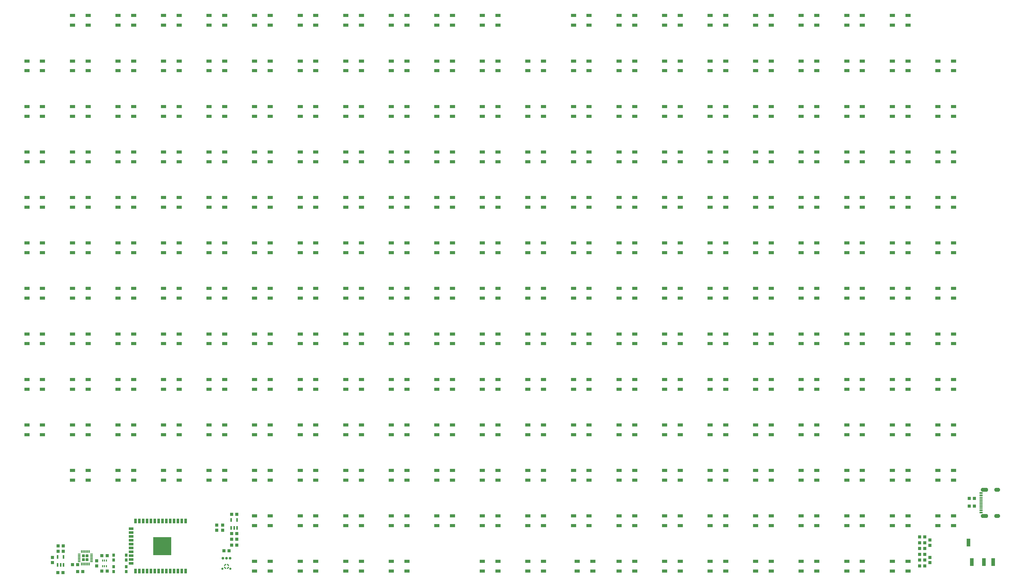
<source format=gtp>
G75*
%MOIN*%
%OFA0B0*%
%FSLAX25Y25*%
%IPPOS*%
%LPD*%
%AMOC8*
5,1,8,0,0,1.08239X$1,22.5*
%
%ADD10R,0.04331X0.03937*%
%ADD11R,0.01181X0.02598*%
%ADD12R,0.03937X0.04331*%
%ADD13R,0.03543X0.03937*%
%ADD14R,0.03543X0.05906*%
%ADD15R,0.05906X0.03543*%
%ADD16R,0.23622X0.23622*%
%ADD17R,0.02165X0.04724*%
%ADD18C,0.00039*%
%ADD19C,0.00500*%
%ADD20R,0.04000X0.01181*%
%ADD21R,0.04000X0.02362*%
%ADD22R,0.04000X0.02165*%
%ADD23R,0.04724X0.09843*%
%ADD24C,0.00118*%
%ADD25C,0.02756*%
%ADD26C,0.03543*%
%ADD27R,0.06500X0.03937*%
D10*
X0112979Y0085512D03*
X0119672Y0085512D03*
X0131794Y0095563D03*
X0138487Y0095563D03*
X0138609Y0086850D03*
X0145302Y0086850D03*
X0169987Y0087303D03*
X0176680Y0087303D03*
X0176680Y0107303D03*
X0169987Y0107303D03*
X0119751Y0113091D03*
X0113058Y0113091D03*
X0113058Y0120157D03*
X0119751Y0120157D03*
X0328058Y0113583D03*
X0334751Y0113583D03*
X0338058Y0121083D03*
X0344751Y0121083D03*
X0344751Y0128583D03*
X0338058Y0128583D03*
X0338058Y0136083D03*
X0344751Y0136083D03*
X0344751Y0161083D03*
X0338058Y0161083D03*
X1230262Y0131693D03*
X1236955Y0131693D03*
X1236955Y0124193D03*
X1230262Y0124193D03*
X1230262Y0116693D03*
X1236955Y0116693D03*
X1236955Y0109193D03*
X1230262Y0109193D03*
X1230262Y0101693D03*
X1236955Y0101693D03*
X1236955Y0094193D03*
X1230262Y0094193D03*
X1294633Y0171535D03*
X1301325Y0171535D03*
X1301325Y0181535D03*
X1294633Y0181535D03*
D11*
X0175892Y0100925D03*
X0173333Y0100925D03*
X0170774Y0100925D03*
X0170774Y0093681D03*
X0173333Y0093681D03*
X0175892Y0093681D03*
D12*
X0163333Y0093957D03*
X0163333Y0100650D03*
X0105696Y0098307D03*
X0105696Y0105000D03*
X0318904Y0140236D03*
X0318904Y0146929D03*
X0326404Y0146929D03*
X0326404Y0140236D03*
X1243609Y0127539D03*
X1243609Y0120846D03*
X1243609Y0105039D03*
X1243609Y0098346D03*
D13*
X0201404Y0101654D03*
X0201404Y0107953D03*
X0201404Y0092953D03*
X0201404Y0086654D03*
X0185262Y0086654D03*
X0185262Y0092953D03*
X0185262Y0101654D03*
X0185262Y0107953D03*
D14*
X0213648Y0087370D03*
X0218648Y0087370D03*
X0223648Y0087370D03*
X0228648Y0087370D03*
X0233648Y0087370D03*
X0238648Y0087370D03*
X0243648Y0087370D03*
X0248648Y0087370D03*
X0253648Y0087370D03*
X0258648Y0087370D03*
X0263648Y0087370D03*
X0268648Y0087370D03*
X0273648Y0087370D03*
X0278648Y0087370D03*
X0278648Y0152236D03*
X0273648Y0152236D03*
X0268648Y0152236D03*
X0263648Y0152236D03*
X0258648Y0152236D03*
X0253648Y0152236D03*
X0248648Y0152236D03*
X0243648Y0152236D03*
X0238648Y0152236D03*
X0233648Y0152236D03*
X0228648Y0152236D03*
X0223648Y0152236D03*
X0218648Y0152236D03*
X0213648Y0152236D03*
D15*
X0207782Y0142303D03*
X0207782Y0137303D03*
X0207782Y0132303D03*
X0207782Y0127303D03*
X0207782Y0122303D03*
X0207782Y0117303D03*
X0207782Y0112303D03*
X0207782Y0107303D03*
X0207782Y0102303D03*
X0207782Y0097303D03*
D16*
X0248333Y0119803D03*
D17*
X0337664Y0143464D03*
X0341404Y0143464D03*
X0345144Y0143464D03*
X0345144Y0153701D03*
X0337664Y0153701D03*
X0120144Y0105709D03*
X0112664Y0105709D03*
X0112664Y0095472D03*
X0116404Y0095472D03*
X0120144Y0095472D03*
D18*
X0138727Y0099409D02*
X0141798Y0099409D01*
X0141798Y0100354D01*
X0138727Y0100354D01*
X0138727Y0099409D01*
X0138727Y0099436D02*
X0141798Y0099436D01*
X0141798Y0099474D02*
X0138727Y0099474D01*
X0138727Y0099512D02*
X0141798Y0099512D01*
X0141798Y0099550D02*
X0138727Y0099550D01*
X0138727Y0099588D02*
X0141798Y0099588D01*
X0141798Y0099626D02*
X0138727Y0099626D01*
X0138727Y0099664D02*
X0141798Y0099664D01*
X0141798Y0099702D02*
X0138727Y0099702D01*
X0138727Y0099739D02*
X0141798Y0099739D01*
X0141798Y0099777D02*
X0138727Y0099777D01*
X0138727Y0099815D02*
X0141798Y0099815D01*
X0141798Y0099853D02*
X0138727Y0099853D01*
X0138727Y0099891D02*
X0141798Y0099891D01*
X0141798Y0099929D02*
X0138727Y0099929D01*
X0138727Y0099967D02*
X0141798Y0099967D01*
X0141798Y0100005D02*
X0138727Y0100005D01*
X0138727Y0100042D02*
X0141798Y0100042D01*
X0141798Y0100080D02*
X0138727Y0100080D01*
X0138727Y0100118D02*
X0141798Y0100118D01*
X0141798Y0100156D02*
X0138727Y0100156D01*
X0138727Y0100194D02*
X0141798Y0100194D01*
X0141798Y0100232D02*
X0138727Y0100232D01*
X0138727Y0100270D02*
X0141798Y0100270D01*
X0141798Y0100308D02*
X0138727Y0100308D01*
X0138727Y0100345D02*
X0141798Y0100345D01*
X0141798Y0101378D02*
X0138727Y0101378D01*
X0138727Y0102323D01*
X0141798Y0102323D01*
X0141798Y0101378D01*
X0141798Y0101406D02*
X0138727Y0101406D01*
X0138727Y0101444D02*
X0141798Y0101444D01*
X0141798Y0101482D02*
X0138727Y0101482D01*
X0138727Y0101520D02*
X0141798Y0101520D01*
X0141798Y0101558D02*
X0138727Y0101558D01*
X0138727Y0101596D02*
X0141798Y0101596D01*
X0141798Y0101633D02*
X0138727Y0101633D01*
X0138727Y0101671D02*
X0141798Y0101671D01*
X0141798Y0101709D02*
X0138727Y0101709D01*
X0138727Y0101747D02*
X0141798Y0101747D01*
X0141798Y0101785D02*
X0138727Y0101785D01*
X0138727Y0101823D02*
X0141798Y0101823D01*
X0141798Y0101861D02*
X0138727Y0101861D01*
X0138727Y0101899D02*
X0141798Y0101899D01*
X0141798Y0101937D02*
X0138727Y0101937D01*
X0138727Y0101974D02*
X0141798Y0101974D01*
X0141798Y0102012D02*
X0138727Y0102012D01*
X0138727Y0102050D02*
X0141798Y0102050D01*
X0141798Y0102088D02*
X0138727Y0102088D01*
X0138727Y0102126D02*
X0141798Y0102126D01*
X0141798Y0102164D02*
X0138727Y0102164D01*
X0138727Y0102202D02*
X0141798Y0102202D01*
X0141798Y0102240D02*
X0138727Y0102240D01*
X0138727Y0102277D02*
X0141798Y0102277D01*
X0141798Y0102315D02*
X0138727Y0102315D01*
X0138727Y0103346D02*
X0141798Y0103346D01*
X0141798Y0104291D01*
X0138727Y0104291D01*
X0138727Y0103346D01*
X0138727Y0103376D02*
X0141798Y0103376D01*
X0141798Y0103414D02*
X0138727Y0103414D01*
X0138727Y0103452D02*
X0141798Y0103452D01*
X0141798Y0103490D02*
X0138727Y0103490D01*
X0138727Y0103528D02*
X0141798Y0103528D01*
X0141798Y0103565D02*
X0138727Y0103565D01*
X0138727Y0103603D02*
X0141798Y0103603D01*
X0141798Y0103641D02*
X0138727Y0103641D01*
X0138727Y0103679D02*
X0141798Y0103679D01*
X0141798Y0103717D02*
X0138727Y0103717D01*
X0138727Y0103755D02*
X0141798Y0103755D01*
X0141798Y0103793D02*
X0138727Y0103793D01*
X0138727Y0103831D02*
X0141798Y0103831D01*
X0141798Y0103868D02*
X0138727Y0103868D01*
X0138727Y0103906D02*
X0141798Y0103906D01*
X0141798Y0103944D02*
X0138727Y0103944D01*
X0138727Y0103982D02*
X0141798Y0103982D01*
X0141798Y0104020D02*
X0138727Y0104020D01*
X0138727Y0104058D02*
X0141798Y0104058D01*
X0141798Y0104096D02*
X0138727Y0104096D01*
X0138727Y0104134D02*
X0141798Y0104134D01*
X0141798Y0104172D02*
X0138727Y0104172D01*
X0138727Y0104209D02*
X0141798Y0104209D01*
X0141798Y0104247D02*
X0138727Y0104247D01*
X0138727Y0104285D02*
X0141798Y0104285D01*
X0141798Y0105315D02*
X0138727Y0105315D01*
X0138727Y0106260D01*
X0141798Y0106260D01*
X0141798Y0105315D01*
X0141798Y0105346D02*
X0138727Y0105346D01*
X0138727Y0105384D02*
X0141798Y0105384D01*
X0141798Y0105422D02*
X0138727Y0105422D01*
X0138727Y0105459D02*
X0141798Y0105459D01*
X0141798Y0105497D02*
X0138727Y0105497D01*
X0138727Y0105535D02*
X0141798Y0105535D01*
X0141798Y0105573D02*
X0138727Y0105573D01*
X0138727Y0105611D02*
X0141798Y0105611D01*
X0141798Y0105649D02*
X0138727Y0105649D01*
X0138727Y0105687D02*
X0141798Y0105687D01*
X0141798Y0105725D02*
X0138727Y0105725D01*
X0138727Y0105763D02*
X0141798Y0105763D01*
X0141798Y0105800D02*
X0138727Y0105800D01*
X0138727Y0105838D02*
X0141798Y0105838D01*
X0141798Y0105876D02*
X0138727Y0105876D01*
X0138727Y0105914D02*
X0141798Y0105914D01*
X0141798Y0105952D02*
X0138727Y0105952D01*
X0138727Y0105990D02*
X0141798Y0105990D01*
X0141798Y0106028D02*
X0138727Y0106028D01*
X0138727Y0106066D02*
X0141798Y0106066D01*
X0141798Y0106103D02*
X0138727Y0106103D01*
X0138727Y0106141D02*
X0141798Y0106141D01*
X0141798Y0106179D02*
X0138727Y0106179D01*
X0138727Y0106217D02*
X0141798Y0106217D01*
X0141798Y0106255D02*
X0138727Y0106255D01*
X0138727Y0107283D02*
X0141798Y0107283D01*
X0141798Y0108228D01*
X0138727Y0108228D01*
X0138727Y0107283D01*
X0138727Y0107316D02*
X0141798Y0107316D01*
X0141798Y0107354D02*
X0138727Y0107354D01*
X0138727Y0107391D02*
X0141798Y0107391D01*
X0141798Y0107429D02*
X0138727Y0107429D01*
X0138727Y0107467D02*
X0141798Y0107467D01*
X0141798Y0107505D02*
X0138727Y0107505D01*
X0138727Y0107543D02*
X0141798Y0107543D01*
X0141798Y0107581D02*
X0138727Y0107581D01*
X0138727Y0107619D02*
X0141798Y0107619D01*
X0141798Y0107657D02*
X0138727Y0107657D01*
X0138727Y0107694D02*
X0141798Y0107694D01*
X0141798Y0107732D02*
X0138727Y0107732D01*
X0138727Y0107770D02*
X0141798Y0107770D01*
X0141798Y0107808D02*
X0138727Y0107808D01*
X0138727Y0107846D02*
X0141798Y0107846D01*
X0141798Y0107884D02*
X0138727Y0107884D01*
X0138727Y0107922D02*
X0141798Y0107922D01*
X0141798Y0107960D02*
X0138727Y0107960D01*
X0138727Y0107998D02*
X0141798Y0107998D01*
X0141798Y0108035D02*
X0138727Y0108035D01*
X0138727Y0108073D02*
X0141798Y0108073D01*
X0141798Y0108111D02*
X0138727Y0108111D01*
X0138727Y0108149D02*
X0141798Y0108149D01*
X0141798Y0108187D02*
X0138727Y0108187D01*
X0138727Y0108225D02*
X0141798Y0108225D01*
X0141798Y0109252D02*
X0138727Y0109252D01*
X0138727Y0110197D01*
X0141798Y0110197D01*
X0141798Y0109252D01*
X0141798Y0109286D02*
X0138727Y0109286D01*
X0138727Y0109323D02*
X0141798Y0109323D01*
X0141798Y0109361D02*
X0138727Y0109361D01*
X0138727Y0109399D02*
X0141798Y0109399D01*
X0141798Y0109437D02*
X0138727Y0109437D01*
X0138727Y0109475D02*
X0141798Y0109475D01*
X0141798Y0109513D02*
X0138727Y0109513D01*
X0138727Y0109551D02*
X0141798Y0109551D01*
X0141798Y0109589D02*
X0138727Y0109589D01*
X0138727Y0109626D02*
X0141798Y0109626D01*
X0141798Y0109664D02*
X0138727Y0109664D01*
X0138727Y0109702D02*
X0141798Y0109702D01*
X0141798Y0109740D02*
X0138727Y0109740D01*
X0138727Y0109778D02*
X0141798Y0109778D01*
X0141798Y0109816D02*
X0138727Y0109816D01*
X0138727Y0109854D02*
X0141798Y0109854D01*
X0141798Y0109892D02*
X0138727Y0109892D01*
X0138727Y0109929D02*
X0141798Y0109929D01*
X0141798Y0109967D02*
X0138727Y0109967D01*
X0138727Y0110005D02*
X0141798Y0110005D01*
X0141798Y0110043D02*
X0138727Y0110043D01*
X0138727Y0110081D02*
X0141798Y0110081D01*
X0141798Y0110119D02*
X0138727Y0110119D01*
X0138727Y0110157D02*
X0141798Y0110157D01*
X0141798Y0110195D02*
X0138727Y0110195D01*
X0142940Y0111339D02*
X0142940Y0114409D01*
X0143885Y0114409D01*
X0143885Y0111339D01*
X0142940Y0111339D01*
X0142940Y0111369D02*
X0143885Y0111369D01*
X0143885Y0111407D02*
X0142940Y0111407D01*
X0142940Y0111445D02*
X0143885Y0111445D01*
X0143885Y0111483D02*
X0142940Y0111483D01*
X0142940Y0111521D02*
X0143885Y0111521D01*
X0143885Y0111558D02*
X0142940Y0111558D01*
X0142940Y0111596D02*
X0143885Y0111596D01*
X0143885Y0111634D02*
X0142940Y0111634D01*
X0142940Y0111672D02*
X0143885Y0111672D01*
X0143885Y0111710D02*
X0142940Y0111710D01*
X0142940Y0111748D02*
X0143885Y0111748D01*
X0143885Y0111786D02*
X0142940Y0111786D01*
X0142940Y0111824D02*
X0143885Y0111824D01*
X0143885Y0111861D02*
X0142940Y0111861D01*
X0142940Y0111899D02*
X0143885Y0111899D01*
X0143885Y0111937D02*
X0142940Y0111937D01*
X0142940Y0111975D02*
X0143885Y0111975D01*
X0143885Y0112013D02*
X0142940Y0112013D01*
X0142940Y0112051D02*
X0143885Y0112051D01*
X0143885Y0112089D02*
X0142940Y0112089D01*
X0142940Y0112127D02*
X0143885Y0112127D01*
X0143885Y0112164D02*
X0142940Y0112164D01*
X0142940Y0112202D02*
X0143885Y0112202D01*
X0143885Y0112240D02*
X0142940Y0112240D01*
X0142940Y0112278D02*
X0143885Y0112278D01*
X0143885Y0112316D02*
X0142940Y0112316D01*
X0142940Y0112354D02*
X0143885Y0112354D01*
X0143885Y0112392D02*
X0142940Y0112392D01*
X0142940Y0112430D02*
X0143885Y0112430D01*
X0143885Y0112468D02*
X0142940Y0112468D01*
X0142940Y0112505D02*
X0143885Y0112505D01*
X0143885Y0112543D02*
X0142940Y0112543D01*
X0142940Y0112581D02*
X0143885Y0112581D01*
X0143885Y0112619D02*
X0142940Y0112619D01*
X0142940Y0112657D02*
X0143885Y0112657D01*
X0143885Y0112695D02*
X0142940Y0112695D01*
X0142940Y0112733D02*
X0143885Y0112733D01*
X0143885Y0112771D02*
X0142940Y0112771D01*
X0142940Y0112808D02*
X0143885Y0112808D01*
X0143885Y0112846D02*
X0142940Y0112846D01*
X0142940Y0112884D02*
X0143885Y0112884D01*
X0143885Y0112922D02*
X0142940Y0112922D01*
X0142940Y0112960D02*
X0143885Y0112960D01*
X0143885Y0112998D02*
X0142940Y0112998D01*
X0142940Y0113036D02*
X0143885Y0113036D01*
X0143885Y0113074D02*
X0142940Y0113074D01*
X0142940Y0113112D02*
X0143885Y0113112D01*
X0143885Y0113149D02*
X0142940Y0113149D01*
X0142940Y0113187D02*
X0143885Y0113187D01*
X0143885Y0113225D02*
X0142940Y0113225D01*
X0142940Y0113263D02*
X0143885Y0113263D01*
X0143885Y0113301D02*
X0142940Y0113301D01*
X0142940Y0113339D02*
X0143885Y0113339D01*
X0143885Y0113377D02*
X0142940Y0113377D01*
X0142940Y0113415D02*
X0143885Y0113415D01*
X0143885Y0113452D02*
X0142940Y0113452D01*
X0142940Y0113490D02*
X0143885Y0113490D01*
X0143885Y0113528D02*
X0142940Y0113528D01*
X0142940Y0113566D02*
X0143885Y0113566D01*
X0143885Y0113604D02*
X0142940Y0113604D01*
X0142940Y0113642D02*
X0143885Y0113642D01*
X0143885Y0113680D02*
X0142940Y0113680D01*
X0142940Y0113718D02*
X0143885Y0113718D01*
X0143885Y0113756D02*
X0142940Y0113756D01*
X0142940Y0113793D02*
X0143885Y0113793D01*
X0143885Y0113831D02*
X0142940Y0113831D01*
X0142940Y0113869D02*
X0143885Y0113869D01*
X0143885Y0113907D02*
X0142940Y0113907D01*
X0142940Y0113945D02*
X0143885Y0113945D01*
X0143885Y0113983D02*
X0142940Y0113983D01*
X0142940Y0114021D02*
X0143885Y0114021D01*
X0143885Y0114059D02*
X0142940Y0114059D01*
X0142940Y0114096D02*
X0143885Y0114096D01*
X0143885Y0114134D02*
X0142940Y0114134D01*
X0142940Y0114172D02*
X0143885Y0114172D01*
X0143885Y0114210D02*
X0142940Y0114210D01*
X0142940Y0114248D02*
X0143885Y0114248D01*
X0143885Y0114286D02*
X0142940Y0114286D01*
X0142940Y0114324D02*
X0143885Y0114324D01*
X0143885Y0114362D02*
X0142940Y0114362D01*
X0142940Y0114399D02*
X0143885Y0114399D01*
X0144908Y0114399D02*
X0145853Y0114399D01*
X0145853Y0114409D02*
X0145853Y0111339D01*
X0144908Y0111339D01*
X0144908Y0114409D01*
X0145853Y0114409D01*
X0145853Y0114362D02*
X0144908Y0114362D01*
X0144908Y0114324D02*
X0145853Y0114324D01*
X0145853Y0114286D02*
X0144908Y0114286D01*
X0144908Y0114248D02*
X0145853Y0114248D01*
X0145853Y0114210D02*
X0144908Y0114210D01*
X0144908Y0114172D02*
X0145853Y0114172D01*
X0145853Y0114134D02*
X0144908Y0114134D01*
X0144908Y0114096D02*
X0145853Y0114096D01*
X0145853Y0114059D02*
X0144908Y0114059D01*
X0144908Y0114021D02*
X0145853Y0114021D01*
X0145853Y0113983D02*
X0144908Y0113983D01*
X0144908Y0113945D02*
X0145853Y0113945D01*
X0145853Y0113907D02*
X0144908Y0113907D01*
X0144908Y0113869D02*
X0145853Y0113869D01*
X0145853Y0113831D02*
X0144908Y0113831D01*
X0144908Y0113793D02*
X0145853Y0113793D01*
X0145853Y0113756D02*
X0144908Y0113756D01*
X0144908Y0113718D02*
X0145853Y0113718D01*
X0145853Y0113680D02*
X0144908Y0113680D01*
X0144908Y0113642D02*
X0145853Y0113642D01*
X0145853Y0113604D02*
X0144908Y0113604D01*
X0144908Y0113566D02*
X0145853Y0113566D01*
X0145853Y0113528D02*
X0144908Y0113528D01*
X0144908Y0113490D02*
X0145853Y0113490D01*
X0145853Y0113452D02*
X0144908Y0113452D01*
X0144908Y0113415D02*
X0145853Y0113415D01*
X0145853Y0113377D02*
X0144908Y0113377D01*
X0144908Y0113339D02*
X0145853Y0113339D01*
X0145853Y0113301D02*
X0144908Y0113301D01*
X0144908Y0113263D02*
X0145853Y0113263D01*
X0145853Y0113225D02*
X0144908Y0113225D01*
X0144908Y0113187D02*
X0145853Y0113187D01*
X0145853Y0113149D02*
X0144908Y0113149D01*
X0144908Y0113112D02*
X0145853Y0113112D01*
X0145853Y0113074D02*
X0144908Y0113074D01*
X0144908Y0113036D02*
X0145853Y0113036D01*
X0145853Y0112998D02*
X0144908Y0112998D01*
X0144908Y0112960D02*
X0145853Y0112960D01*
X0145853Y0112922D02*
X0144908Y0112922D01*
X0144908Y0112884D02*
X0145853Y0112884D01*
X0145853Y0112846D02*
X0144908Y0112846D01*
X0144908Y0112808D02*
X0145853Y0112808D01*
X0145853Y0112771D02*
X0144908Y0112771D01*
X0144908Y0112733D02*
X0145853Y0112733D01*
X0145853Y0112695D02*
X0144908Y0112695D01*
X0144908Y0112657D02*
X0145853Y0112657D01*
X0145853Y0112619D02*
X0144908Y0112619D01*
X0144908Y0112581D02*
X0145853Y0112581D01*
X0145853Y0112543D02*
X0144908Y0112543D01*
X0144908Y0112505D02*
X0145853Y0112505D01*
X0145853Y0112468D02*
X0144908Y0112468D01*
X0144908Y0112430D02*
X0145853Y0112430D01*
X0145853Y0112392D02*
X0144908Y0112392D01*
X0144908Y0112354D02*
X0145853Y0112354D01*
X0145853Y0112316D02*
X0144908Y0112316D01*
X0144908Y0112278D02*
X0145853Y0112278D01*
X0145853Y0112240D02*
X0144908Y0112240D01*
X0144908Y0112202D02*
X0145853Y0112202D01*
X0145853Y0112164D02*
X0144908Y0112164D01*
X0144908Y0112127D02*
X0145853Y0112127D01*
X0145853Y0112089D02*
X0144908Y0112089D01*
X0144908Y0112051D02*
X0145853Y0112051D01*
X0145853Y0112013D02*
X0144908Y0112013D01*
X0144908Y0111975D02*
X0145853Y0111975D01*
X0145853Y0111937D02*
X0144908Y0111937D01*
X0144908Y0111899D02*
X0145853Y0111899D01*
X0145853Y0111861D02*
X0144908Y0111861D01*
X0144908Y0111824D02*
X0145853Y0111824D01*
X0145853Y0111786D02*
X0144908Y0111786D01*
X0144908Y0111748D02*
X0145853Y0111748D01*
X0145853Y0111710D02*
X0144908Y0111710D01*
X0144908Y0111672D02*
X0145853Y0111672D01*
X0145853Y0111634D02*
X0144908Y0111634D01*
X0144908Y0111596D02*
X0145853Y0111596D01*
X0145853Y0111558D02*
X0144908Y0111558D01*
X0144908Y0111521D02*
X0145853Y0111521D01*
X0145853Y0111483D02*
X0144908Y0111483D01*
X0144908Y0111445D02*
X0145853Y0111445D01*
X0145853Y0111407D02*
X0144908Y0111407D01*
X0144908Y0111369D02*
X0145853Y0111369D01*
X0146877Y0111369D02*
X0147822Y0111369D01*
X0147822Y0111339D02*
X0146877Y0111339D01*
X0146877Y0114409D01*
X0147822Y0114409D01*
X0147822Y0111339D01*
X0147822Y0111407D02*
X0146877Y0111407D01*
X0146877Y0111445D02*
X0147822Y0111445D01*
X0147822Y0111483D02*
X0146877Y0111483D01*
X0146877Y0111521D02*
X0147822Y0111521D01*
X0147822Y0111558D02*
X0146877Y0111558D01*
X0146877Y0111596D02*
X0147822Y0111596D01*
X0147822Y0111634D02*
X0146877Y0111634D01*
X0146877Y0111672D02*
X0147822Y0111672D01*
X0147822Y0111710D02*
X0146877Y0111710D01*
X0146877Y0111748D02*
X0147822Y0111748D01*
X0147822Y0111786D02*
X0146877Y0111786D01*
X0146877Y0111824D02*
X0147822Y0111824D01*
X0147822Y0111861D02*
X0146877Y0111861D01*
X0146877Y0111899D02*
X0147822Y0111899D01*
X0147822Y0111937D02*
X0146877Y0111937D01*
X0146877Y0111975D02*
X0147822Y0111975D01*
X0147822Y0112013D02*
X0146877Y0112013D01*
X0146877Y0112051D02*
X0147822Y0112051D01*
X0147822Y0112089D02*
X0146877Y0112089D01*
X0146877Y0112127D02*
X0147822Y0112127D01*
X0147822Y0112164D02*
X0146877Y0112164D01*
X0146877Y0112202D02*
X0147822Y0112202D01*
X0147822Y0112240D02*
X0146877Y0112240D01*
X0146877Y0112278D02*
X0147822Y0112278D01*
X0147822Y0112316D02*
X0146877Y0112316D01*
X0146877Y0112354D02*
X0147822Y0112354D01*
X0147822Y0112392D02*
X0146877Y0112392D01*
X0146877Y0112430D02*
X0147822Y0112430D01*
X0147822Y0112468D02*
X0146877Y0112468D01*
X0146877Y0112505D02*
X0147822Y0112505D01*
X0147822Y0112543D02*
X0146877Y0112543D01*
X0146877Y0112581D02*
X0147822Y0112581D01*
X0147822Y0112619D02*
X0146877Y0112619D01*
X0146877Y0112657D02*
X0147822Y0112657D01*
X0147822Y0112695D02*
X0146877Y0112695D01*
X0146877Y0112733D02*
X0147822Y0112733D01*
X0147822Y0112771D02*
X0146877Y0112771D01*
X0146877Y0112808D02*
X0147822Y0112808D01*
X0147822Y0112846D02*
X0146877Y0112846D01*
X0146877Y0112884D02*
X0147822Y0112884D01*
X0147822Y0112922D02*
X0146877Y0112922D01*
X0146877Y0112960D02*
X0147822Y0112960D01*
X0147822Y0112998D02*
X0146877Y0112998D01*
X0146877Y0113036D02*
X0147822Y0113036D01*
X0147822Y0113074D02*
X0146877Y0113074D01*
X0146877Y0113112D02*
X0147822Y0113112D01*
X0147822Y0113149D02*
X0146877Y0113149D01*
X0146877Y0113187D02*
X0147822Y0113187D01*
X0147822Y0113225D02*
X0146877Y0113225D01*
X0146877Y0113263D02*
X0147822Y0113263D01*
X0147822Y0113301D02*
X0146877Y0113301D01*
X0146877Y0113339D02*
X0147822Y0113339D01*
X0147822Y0113377D02*
X0146877Y0113377D01*
X0146877Y0113415D02*
X0147822Y0113415D01*
X0147822Y0113452D02*
X0146877Y0113452D01*
X0146877Y0113490D02*
X0147822Y0113490D01*
X0147822Y0113528D02*
X0146877Y0113528D01*
X0146877Y0113566D02*
X0147822Y0113566D01*
X0147822Y0113604D02*
X0146877Y0113604D01*
X0146877Y0113642D02*
X0147822Y0113642D01*
X0147822Y0113680D02*
X0146877Y0113680D01*
X0146877Y0113718D02*
X0147822Y0113718D01*
X0147822Y0113756D02*
X0146877Y0113756D01*
X0146877Y0113793D02*
X0147822Y0113793D01*
X0147822Y0113831D02*
X0146877Y0113831D01*
X0146877Y0113869D02*
X0147822Y0113869D01*
X0147822Y0113907D02*
X0146877Y0113907D01*
X0146877Y0113945D02*
X0147822Y0113945D01*
X0147822Y0113983D02*
X0146877Y0113983D01*
X0146877Y0114021D02*
X0147822Y0114021D01*
X0147822Y0114059D02*
X0146877Y0114059D01*
X0146877Y0114096D02*
X0147822Y0114096D01*
X0147822Y0114134D02*
X0146877Y0114134D01*
X0146877Y0114172D02*
X0147822Y0114172D01*
X0147822Y0114210D02*
X0146877Y0114210D01*
X0146877Y0114248D02*
X0147822Y0114248D01*
X0147822Y0114286D02*
X0146877Y0114286D01*
X0146877Y0114324D02*
X0147822Y0114324D01*
X0147822Y0114362D02*
X0146877Y0114362D01*
X0146877Y0114399D02*
X0147822Y0114399D01*
X0148845Y0114399D02*
X0149790Y0114399D01*
X0149790Y0114409D02*
X0149790Y0111339D01*
X0148845Y0111339D01*
X0148845Y0114409D01*
X0149790Y0114409D01*
X0149790Y0114362D02*
X0148845Y0114362D01*
X0148845Y0114324D02*
X0149790Y0114324D01*
X0149790Y0114286D02*
X0148845Y0114286D01*
X0148845Y0114248D02*
X0149790Y0114248D01*
X0149790Y0114210D02*
X0148845Y0114210D01*
X0148845Y0114172D02*
X0149790Y0114172D01*
X0149790Y0114134D02*
X0148845Y0114134D01*
X0148845Y0114096D02*
X0149790Y0114096D01*
X0149790Y0114059D02*
X0148845Y0114059D01*
X0148845Y0114021D02*
X0149790Y0114021D01*
X0149790Y0113983D02*
X0148845Y0113983D01*
X0148845Y0113945D02*
X0149790Y0113945D01*
X0149790Y0113907D02*
X0148845Y0113907D01*
X0148845Y0113869D02*
X0149790Y0113869D01*
X0149790Y0113831D02*
X0148845Y0113831D01*
X0148845Y0113793D02*
X0149790Y0113793D01*
X0149790Y0113756D02*
X0148845Y0113756D01*
X0148845Y0113718D02*
X0149790Y0113718D01*
X0149790Y0113680D02*
X0148845Y0113680D01*
X0148845Y0113642D02*
X0149790Y0113642D01*
X0149790Y0113604D02*
X0148845Y0113604D01*
X0148845Y0113566D02*
X0149790Y0113566D01*
X0149790Y0113528D02*
X0148845Y0113528D01*
X0148845Y0113490D02*
X0149790Y0113490D01*
X0149790Y0113452D02*
X0148845Y0113452D01*
X0148845Y0113415D02*
X0149790Y0113415D01*
X0149790Y0113377D02*
X0148845Y0113377D01*
X0148845Y0113339D02*
X0149790Y0113339D01*
X0149790Y0113301D02*
X0148845Y0113301D01*
X0148845Y0113263D02*
X0149790Y0113263D01*
X0149790Y0113225D02*
X0148845Y0113225D01*
X0148845Y0113187D02*
X0149790Y0113187D01*
X0149790Y0113149D02*
X0148845Y0113149D01*
X0148845Y0113112D02*
X0149790Y0113112D01*
X0149790Y0113074D02*
X0148845Y0113074D01*
X0148845Y0113036D02*
X0149790Y0113036D01*
X0149790Y0112998D02*
X0148845Y0112998D01*
X0148845Y0112960D02*
X0149790Y0112960D01*
X0149790Y0112922D02*
X0148845Y0112922D01*
X0148845Y0112884D02*
X0149790Y0112884D01*
X0149790Y0112846D02*
X0148845Y0112846D01*
X0148845Y0112808D02*
X0149790Y0112808D01*
X0149790Y0112771D02*
X0148845Y0112771D01*
X0148845Y0112733D02*
X0149790Y0112733D01*
X0149790Y0112695D02*
X0148845Y0112695D01*
X0148845Y0112657D02*
X0149790Y0112657D01*
X0149790Y0112619D02*
X0148845Y0112619D01*
X0148845Y0112581D02*
X0149790Y0112581D01*
X0149790Y0112543D02*
X0148845Y0112543D01*
X0148845Y0112505D02*
X0149790Y0112505D01*
X0149790Y0112468D02*
X0148845Y0112468D01*
X0148845Y0112430D02*
X0149790Y0112430D01*
X0149790Y0112392D02*
X0148845Y0112392D01*
X0148845Y0112354D02*
X0149790Y0112354D01*
X0149790Y0112316D02*
X0148845Y0112316D01*
X0148845Y0112278D02*
X0149790Y0112278D01*
X0149790Y0112240D02*
X0148845Y0112240D01*
X0148845Y0112202D02*
X0149790Y0112202D01*
X0149790Y0112164D02*
X0148845Y0112164D01*
X0148845Y0112127D02*
X0149790Y0112127D01*
X0149790Y0112089D02*
X0148845Y0112089D01*
X0148845Y0112051D02*
X0149790Y0112051D01*
X0149790Y0112013D02*
X0148845Y0112013D01*
X0148845Y0111975D02*
X0149790Y0111975D01*
X0149790Y0111937D02*
X0148845Y0111937D01*
X0148845Y0111899D02*
X0149790Y0111899D01*
X0149790Y0111861D02*
X0148845Y0111861D01*
X0148845Y0111824D02*
X0149790Y0111824D01*
X0149790Y0111786D02*
X0148845Y0111786D01*
X0148845Y0111748D02*
X0149790Y0111748D01*
X0149790Y0111710D02*
X0148845Y0111710D01*
X0148845Y0111672D02*
X0149790Y0111672D01*
X0149790Y0111634D02*
X0148845Y0111634D01*
X0148845Y0111596D02*
X0149790Y0111596D01*
X0149790Y0111558D02*
X0148845Y0111558D01*
X0148845Y0111521D02*
X0149790Y0111521D01*
X0149790Y0111483D02*
X0148845Y0111483D01*
X0148845Y0111445D02*
X0149790Y0111445D01*
X0149790Y0111407D02*
X0148845Y0111407D01*
X0148845Y0111369D02*
X0149790Y0111369D01*
X0150814Y0111369D02*
X0151759Y0111369D01*
X0151759Y0111339D02*
X0150814Y0111339D01*
X0150814Y0114409D01*
X0151759Y0114409D01*
X0151759Y0111339D01*
X0151759Y0111407D02*
X0150814Y0111407D01*
X0150814Y0111445D02*
X0151759Y0111445D01*
X0151759Y0111483D02*
X0150814Y0111483D01*
X0150814Y0111521D02*
X0151759Y0111521D01*
X0151759Y0111558D02*
X0150814Y0111558D01*
X0150814Y0111596D02*
X0151759Y0111596D01*
X0151759Y0111634D02*
X0150814Y0111634D01*
X0150814Y0111672D02*
X0151759Y0111672D01*
X0151759Y0111710D02*
X0150814Y0111710D01*
X0150814Y0111748D02*
X0151759Y0111748D01*
X0151759Y0111786D02*
X0150814Y0111786D01*
X0150814Y0111824D02*
X0151759Y0111824D01*
X0151759Y0111861D02*
X0150814Y0111861D01*
X0150814Y0111899D02*
X0151759Y0111899D01*
X0151759Y0111937D02*
X0150814Y0111937D01*
X0150814Y0111975D02*
X0151759Y0111975D01*
X0151759Y0112013D02*
X0150814Y0112013D01*
X0150814Y0112051D02*
X0151759Y0112051D01*
X0151759Y0112089D02*
X0150814Y0112089D01*
X0150814Y0112127D02*
X0151759Y0112127D01*
X0151759Y0112164D02*
X0150814Y0112164D01*
X0150814Y0112202D02*
X0151759Y0112202D01*
X0151759Y0112240D02*
X0150814Y0112240D01*
X0150814Y0112278D02*
X0151759Y0112278D01*
X0151759Y0112316D02*
X0150814Y0112316D01*
X0150814Y0112354D02*
X0151759Y0112354D01*
X0151759Y0112392D02*
X0150814Y0112392D01*
X0150814Y0112430D02*
X0151759Y0112430D01*
X0151759Y0112468D02*
X0150814Y0112468D01*
X0150814Y0112505D02*
X0151759Y0112505D01*
X0151759Y0112543D02*
X0150814Y0112543D01*
X0150814Y0112581D02*
X0151759Y0112581D01*
X0151759Y0112619D02*
X0150814Y0112619D01*
X0150814Y0112657D02*
X0151759Y0112657D01*
X0151759Y0112695D02*
X0150814Y0112695D01*
X0150814Y0112733D02*
X0151759Y0112733D01*
X0151759Y0112771D02*
X0150814Y0112771D01*
X0150814Y0112808D02*
X0151759Y0112808D01*
X0151759Y0112846D02*
X0150814Y0112846D01*
X0150814Y0112884D02*
X0151759Y0112884D01*
X0151759Y0112922D02*
X0150814Y0112922D01*
X0150814Y0112960D02*
X0151759Y0112960D01*
X0151759Y0112998D02*
X0150814Y0112998D01*
X0150814Y0113036D02*
X0151759Y0113036D01*
X0151759Y0113074D02*
X0150814Y0113074D01*
X0150814Y0113112D02*
X0151759Y0113112D01*
X0151759Y0113149D02*
X0150814Y0113149D01*
X0150814Y0113187D02*
X0151759Y0113187D01*
X0151759Y0113225D02*
X0150814Y0113225D01*
X0150814Y0113263D02*
X0151759Y0113263D01*
X0151759Y0113301D02*
X0150814Y0113301D01*
X0150814Y0113339D02*
X0151759Y0113339D01*
X0151759Y0113377D02*
X0150814Y0113377D01*
X0150814Y0113415D02*
X0151759Y0113415D01*
X0151759Y0113452D02*
X0150814Y0113452D01*
X0150814Y0113490D02*
X0151759Y0113490D01*
X0151759Y0113528D02*
X0150814Y0113528D01*
X0150814Y0113566D02*
X0151759Y0113566D01*
X0151759Y0113604D02*
X0150814Y0113604D01*
X0150814Y0113642D02*
X0151759Y0113642D01*
X0151759Y0113680D02*
X0150814Y0113680D01*
X0150814Y0113718D02*
X0151759Y0113718D01*
X0151759Y0113756D02*
X0150814Y0113756D01*
X0150814Y0113793D02*
X0151759Y0113793D01*
X0151759Y0113831D02*
X0150814Y0113831D01*
X0150814Y0113869D02*
X0151759Y0113869D01*
X0151759Y0113907D02*
X0150814Y0113907D01*
X0150814Y0113945D02*
X0151759Y0113945D01*
X0151759Y0113983D02*
X0150814Y0113983D01*
X0150814Y0114021D02*
X0151759Y0114021D01*
X0151759Y0114059D02*
X0150814Y0114059D01*
X0150814Y0114096D02*
X0151759Y0114096D01*
X0151759Y0114134D02*
X0150814Y0114134D01*
X0150814Y0114172D02*
X0151759Y0114172D01*
X0151759Y0114210D02*
X0150814Y0114210D01*
X0150814Y0114248D02*
X0151759Y0114248D01*
X0151759Y0114286D02*
X0150814Y0114286D01*
X0150814Y0114324D02*
X0151759Y0114324D01*
X0151759Y0114362D02*
X0150814Y0114362D01*
X0150814Y0114399D02*
X0151759Y0114399D01*
X0152782Y0114399D02*
X0153727Y0114399D01*
X0153727Y0114409D02*
X0153727Y0111339D01*
X0152782Y0111339D01*
X0152782Y0114409D01*
X0153727Y0114409D01*
X0153727Y0114362D02*
X0152782Y0114362D01*
X0152782Y0114324D02*
X0153727Y0114324D01*
X0153727Y0114286D02*
X0152782Y0114286D01*
X0152782Y0114248D02*
X0153727Y0114248D01*
X0153727Y0114210D02*
X0152782Y0114210D01*
X0152782Y0114172D02*
X0153727Y0114172D01*
X0153727Y0114134D02*
X0152782Y0114134D01*
X0152782Y0114096D02*
X0153727Y0114096D01*
X0153727Y0114059D02*
X0152782Y0114059D01*
X0152782Y0114021D02*
X0153727Y0114021D01*
X0153727Y0113983D02*
X0152782Y0113983D01*
X0152782Y0113945D02*
X0153727Y0113945D01*
X0153727Y0113907D02*
X0152782Y0113907D01*
X0152782Y0113869D02*
X0153727Y0113869D01*
X0153727Y0113831D02*
X0152782Y0113831D01*
X0152782Y0113793D02*
X0153727Y0113793D01*
X0153727Y0113756D02*
X0152782Y0113756D01*
X0152782Y0113718D02*
X0153727Y0113718D01*
X0153727Y0113680D02*
X0152782Y0113680D01*
X0152782Y0113642D02*
X0153727Y0113642D01*
X0153727Y0113604D02*
X0152782Y0113604D01*
X0152782Y0113566D02*
X0153727Y0113566D01*
X0153727Y0113528D02*
X0152782Y0113528D01*
X0152782Y0113490D02*
X0153727Y0113490D01*
X0153727Y0113452D02*
X0152782Y0113452D01*
X0152782Y0113415D02*
X0153727Y0113415D01*
X0153727Y0113377D02*
X0152782Y0113377D01*
X0152782Y0113339D02*
X0153727Y0113339D01*
X0153727Y0113301D02*
X0152782Y0113301D01*
X0152782Y0113263D02*
X0153727Y0113263D01*
X0153727Y0113225D02*
X0152782Y0113225D01*
X0152782Y0113187D02*
X0153727Y0113187D01*
X0153727Y0113149D02*
X0152782Y0113149D01*
X0152782Y0113112D02*
X0153727Y0113112D01*
X0153727Y0113074D02*
X0152782Y0113074D01*
X0152782Y0113036D02*
X0153727Y0113036D01*
X0153727Y0112998D02*
X0152782Y0112998D01*
X0152782Y0112960D02*
X0153727Y0112960D01*
X0153727Y0112922D02*
X0152782Y0112922D01*
X0152782Y0112884D02*
X0153727Y0112884D01*
X0153727Y0112846D02*
X0152782Y0112846D01*
X0152782Y0112808D02*
X0153727Y0112808D01*
X0153727Y0112771D02*
X0152782Y0112771D01*
X0152782Y0112733D02*
X0153727Y0112733D01*
X0153727Y0112695D02*
X0152782Y0112695D01*
X0152782Y0112657D02*
X0153727Y0112657D01*
X0153727Y0112619D02*
X0152782Y0112619D01*
X0152782Y0112581D02*
X0153727Y0112581D01*
X0153727Y0112543D02*
X0152782Y0112543D01*
X0152782Y0112505D02*
X0153727Y0112505D01*
X0153727Y0112468D02*
X0152782Y0112468D01*
X0152782Y0112430D02*
X0153727Y0112430D01*
X0153727Y0112392D02*
X0152782Y0112392D01*
X0152782Y0112354D02*
X0153727Y0112354D01*
X0153727Y0112316D02*
X0152782Y0112316D01*
X0152782Y0112278D02*
X0153727Y0112278D01*
X0153727Y0112240D02*
X0152782Y0112240D01*
X0152782Y0112202D02*
X0153727Y0112202D01*
X0153727Y0112164D02*
X0152782Y0112164D01*
X0152782Y0112127D02*
X0153727Y0112127D01*
X0153727Y0112089D02*
X0152782Y0112089D01*
X0152782Y0112051D02*
X0153727Y0112051D01*
X0153727Y0112013D02*
X0152782Y0112013D01*
X0152782Y0111975D02*
X0153727Y0111975D01*
X0153727Y0111937D02*
X0152782Y0111937D01*
X0152782Y0111899D02*
X0153727Y0111899D01*
X0153727Y0111861D02*
X0152782Y0111861D01*
X0152782Y0111824D02*
X0153727Y0111824D01*
X0153727Y0111786D02*
X0152782Y0111786D01*
X0152782Y0111748D02*
X0153727Y0111748D01*
X0153727Y0111710D02*
X0152782Y0111710D01*
X0152782Y0111672D02*
X0153727Y0111672D01*
X0153727Y0111634D02*
X0152782Y0111634D01*
X0152782Y0111596D02*
X0153727Y0111596D01*
X0153727Y0111558D02*
X0152782Y0111558D01*
X0152782Y0111521D02*
X0153727Y0111521D01*
X0153727Y0111483D02*
X0152782Y0111483D01*
X0152782Y0111445D02*
X0153727Y0111445D01*
X0153727Y0111407D02*
X0152782Y0111407D01*
X0152782Y0111369D02*
X0153727Y0111369D01*
X0154869Y0110197D02*
X0157940Y0110197D01*
X0157940Y0109252D01*
X0154869Y0109252D01*
X0154869Y0110197D01*
X0154869Y0110195D02*
X0157940Y0110195D01*
X0157940Y0110157D02*
X0154869Y0110157D01*
X0154869Y0110119D02*
X0157940Y0110119D01*
X0157940Y0110081D02*
X0154869Y0110081D01*
X0154869Y0110043D02*
X0157940Y0110043D01*
X0157940Y0110005D02*
X0154869Y0110005D01*
X0154869Y0109967D02*
X0157940Y0109967D01*
X0157940Y0109929D02*
X0154869Y0109929D01*
X0154869Y0109892D02*
X0157940Y0109892D01*
X0157940Y0109854D02*
X0154869Y0109854D01*
X0154869Y0109816D02*
X0157940Y0109816D01*
X0157940Y0109778D02*
X0154869Y0109778D01*
X0154869Y0109740D02*
X0157940Y0109740D01*
X0157940Y0109702D02*
X0154869Y0109702D01*
X0154869Y0109664D02*
X0157940Y0109664D01*
X0157940Y0109626D02*
X0154869Y0109626D01*
X0154869Y0109589D02*
X0157940Y0109589D01*
X0157940Y0109551D02*
X0154869Y0109551D01*
X0154869Y0109513D02*
X0157940Y0109513D01*
X0157940Y0109475D02*
X0154869Y0109475D01*
X0154869Y0109437D02*
X0157940Y0109437D01*
X0157940Y0109399D02*
X0154869Y0109399D01*
X0154869Y0109361D02*
X0157940Y0109361D01*
X0157940Y0109323D02*
X0154869Y0109323D01*
X0154869Y0109286D02*
X0157940Y0109286D01*
X0157940Y0108228D02*
X0154869Y0108228D01*
X0154869Y0107283D01*
X0157940Y0107283D01*
X0157940Y0108228D01*
X0157940Y0108225D02*
X0154869Y0108225D01*
X0154869Y0108187D02*
X0157940Y0108187D01*
X0157940Y0108149D02*
X0154869Y0108149D01*
X0154869Y0108111D02*
X0157940Y0108111D01*
X0157940Y0108073D02*
X0154869Y0108073D01*
X0154869Y0108035D02*
X0157940Y0108035D01*
X0157940Y0107998D02*
X0154869Y0107998D01*
X0154869Y0107960D02*
X0157940Y0107960D01*
X0157940Y0107922D02*
X0154869Y0107922D01*
X0154869Y0107884D02*
X0157940Y0107884D01*
X0157940Y0107846D02*
X0154869Y0107846D01*
X0154869Y0107808D02*
X0157940Y0107808D01*
X0157940Y0107770D02*
X0154869Y0107770D01*
X0154869Y0107732D02*
X0157940Y0107732D01*
X0157940Y0107694D02*
X0154869Y0107694D01*
X0154869Y0107657D02*
X0157940Y0107657D01*
X0157940Y0107619D02*
X0154869Y0107619D01*
X0154869Y0107581D02*
X0157940Y0107581D01*
X0157940Y0107543D02*
X0154869Y0107543D01*
X0154869Y0107505D02*
X0157940Y0107505D01*
X0157940Y0107467D02*
X0154869Y0107467D01*
X0154869Y0107429D02*
X0157940Y0107429D01*
X0157940Y0107391D02*
X0154869Y0107391D01*
X0154869Y0107354D02*
X0157940Y0107354D01*
X0157940Y0107316D02*
X0154869Y0107316D01*
X0154869Y0106260D02*
X0157940Y0106260D01*
X0157940Y0105315D01*
X0154869Y0105315D01*
X0154869Y0106260D01*
X0154869Y0106255D02*
X0157940Y0106255D01*
X0157940Y0106217D02*
X0154869Y0106217D01*
X0154869Y0106179D02*
X0157940Y0106179D01*
X0157940Y0106141D02*
X0154869Y0106141D01*
X0154869Y0106103D02*
X0157940Y0106103D01*
X0157940Y0106066D02*
X0154869Y0106066D01*
X0154869Y0106028D02*
X0157940Y0106028D01*
X0157940Y0105990D02*
X0154869Y0105990D01*
X0154869Y0105952D02*
X0157940Y0105952D01*
X0157940Y0105914D02*
X0154869Y0105914D01*
X0154869Y0105876D02*
X0157940Y0105876D01*
X0157940Y0105838D02*
X0154869Y0105838D01*
X0154869Y0105800D02*
X0157940Y0105800D01*
X0157940Y0105763D02*
X0154869Y0105763D01*
X0154869Y0105725D02*
X0157940Y0105725D01*
X0157940Y0105687D02*
X0154869Y0105687D01*
X0154869Y0105649D02*
X0157940Y0105649D01*
X0157940Y0105611D02*
X0154869Y0105611D01*
X0154869Y0105573D02*
X0157940Y0105573D01*
X0157940Y0105535D02*
X0154869Y0105535D01*
X0154869Y0105497D02*
X0157940Y0105497D01*
X0157940Y0105459D02*
X0154869Y0105459D01*
X0154869Y0105422D02*
X0157940Y0105422D01*
X0157940Y0105384D02*
X0154869Y0105384D01*
X0154869Y0105346D02*
X0157940Y0105346D01*
X0157940Y0104291D02*
X0154869Y0104291D01*
X0154869Y0103346D01*
X0157940Y0103346D01*
X0157940Y0104291D01*
X0157940Y0104285D02*
X0154869Y0104285D01*
X0154869Y0104247D02*
X0157940Y0104247D01*
X0157940Y0104209D02*
X0154869Y0104209D01*
X0154869Y0104172D02*
X0157940Y0104172D01*
X0157940Y0104134D02*
X0154869Y0104134D01*
X0154869Y0104096D02*
X0157940Y0104096D01*
X0157940Y0104058D02*
X0154869Y0104058D01*
X0154869Y0104020D02*
X0157940Y0104020D01*
X0157940Y0103982D02*
X0154869Y0103982D01*
X0154869Y0103944D02*
X0157940Y0103944D01*
X0157940Y0103906D02*
X0154869Y0103906D01*
X0154869Y0103868D02*
X0157940Y0103868D01*
X0157940Y0103831D02*
X0154869Y0103831D01*
X0154869Y0103793D02*
X0157940Y0103793D01*
X0157940Y0103755D02*
X0154869Y0103755D01*
X0154869Y0103717D02*
X0157940Y0103717D01*
X0157940Y0103679D02*
X0154869Y0103679D01*
X0154869Y0103641D02*
X0157940Y0103641D01*
X0157940Y0103603D02*
X0154869Y0103603D01*
X0154869Y0103565D02*
X0157940Y0103565D01*
X0157940Y0103528D02*
X0154869Y0103528D01*
X0154869Y0103490D02*
X0157940Y0103490D01*
X0157940Y0103452D02*
X0154869Y0103452D01*
X0154869Y0103414D02*
X0157940Y0103414D01*
X0157940Y0103376D02*
X0154869Y0103376D01*
X0154869Y0102323D02*
X0157940Y0102323D01*
X0157940Y0101378D01*
X0154869Y0101378D01*
X0154869Y0102323D01*
X0154869Y0102315D02*
X0157940Y0102315D01*
X0157940Y0102277D02*
X0154869Y0102277D01*
X0154869Y0102240D02*
X0157940Y0102240D01*
X0157940Y0102202D02*
X0154869Y0102202D01*
X0154869Y0102164D02*
X0157940Y0102164D01*
X0157940Y0102126D02*
X0154869Y0102126D01*
X0154869Y0102088D02*
X0157940Y0102088D01*
X0157940Y0102050D02*
X0154869Y0102050D01*
X0154869Y0102012D02*
X0157940Y0102012D01*
X0157940Y0101974D02*
X0154869Y0101974D01*
X0154869Y0101937D02*
X0157940Y0101937D01*
X0157940Y0101899D02*
X0154869Y0101899D01*
X0154869Y0101861D02*
X0157940Y0101861D01*
X0157940Y0101823D02*
X0154869Y0101823D01*
X0154869Y0101785D02*
X0157940Y0101785D01*
X0157940Y0101747D02*
X0154869Y0101747D01*
X0154869Y0101709D02*
X0157940Y0101709D01*
X0157940Y0101671D02*
X0154869Y0101671D01*
X0154869Y0101633D02*
X0157940Y0101633D01*
X0157940Y0101596D02*
X0154869Y0101596D01*
X0154869Y0101558D02*
X0157940Y0101558D01*
X0157940Y0101520D02*
X0154869Y0101520D01*
X0154869Y0101482D02*
X0157940Y0101482D01*
X0157940Y0101444D02*
X0154869Y0101444D01*
X0154869Y0101406D02*
X0157940Y0101406D01*
X0157940Y0100354D02*
X0154869Y0100354D01*
X0154869Y0099409D01*
X0157940Y0099409D01*
X0157940Y0100354D01*
X0157940Y0100345D02*
X0154869Y0100345D01*
X0154869Y0100308D02*
X0157940Y0100308D01*
X0157940Y0100270D02*
X0154869Y0100270D01*
X0154869Y0100232D02*
X0157940Y0100232D01*
X0157940Y0100194D02*
X0154869Y0100194D01*
X0154869Y0100156D02*
X0157940Y0100156D01*
X0157940Y0100118D02*
X0154869Y0100118D01*
X0154869Y0100080D02*
X0157940Y0100080D01*
X0157940Y0100042D02*
X0154869Y0100042D01*
X0154869Y0100005D02*
X0157940Y0100005D01*
X0157940Y0099967D02*
X0154869Y0099967D01*
X0154869Y0099929D02*
X0157940Y0099929D01*
X0157940Y0099891D02*
X0154869Y0099891D01*
X0154869Y0099853D02*
X0157940Y0099853D01*
X0157940Y0099815D02*
X0154869Y0099815D01*
X0154869Y0099777D02*
X0157940Y0099777D01*
X0157940Y0099739D02*
X0154869Y0099739D01*
X0154869Y0099702D02*
X0157940Y0099702D01*
X0157940Y0099664D02*
X0154869Y0099664D01*
X0154869Y0099626D02*
X0157940Y0099626D01*
X0157940Y0099588D02*
X0154869Y0099588D01*
X0154869Y0099550D02*
X0157940Y0099550D01*
X0157940Y0099512D02*
X0154869Y0099512D01*
X0154869Y0099474D02*
X0157940Y0099474D01*
X0157940Y0099436D02*
X0154869Y0099436D01*
X0153727Y0098268D02*
X0153727Y0095197D01*
X0152782Y0095197D01*
X0152782Y0098268D01*
X0153727Y0098268D01*
X0153727Y0098262D02*
X0152782Y0098262D01*
X0152782Y0098224D02*
X0153727Y0098224D01*
X0153727Y0098186D02*
X0152782Y0098186D01*
X0152782Y0098148D02*
X0153727Y0098148D01*
X0153727Y0098110D02*
X0152782Y0098110D01*
X0152782Y0098073D02*
X0153727Y0098073D01*
X0153727Y0098035D02*
X0152782Y0098035D01*
X0152782Y0097997D02*
X0153727Y0097997D01*
X0153727Y0097959D02*
X0152782Y0097959D01*
X0152782Y0097921D02*
X0153727Y0097921D01*
X0153727Y0097883D02*
X0152782Y0097883D01*
X0152782Y0097845D02*
X0153727Y0097845D01*
X0153727Y0097807D02*
X0152782Y0097807D01*
X0152782Y0097770D02*
X0153727Y0097770D01*
X0153727Y0097732D02*
X0152782Y0097732D01*
X0152782Y0097694D02*
X0153727Y0097694D01*
X0153727Y0097656D02*
X0152782Y0097656D01*
X0152782Y0097618D02*
X0153727Y0097618D01*
X0153727Y0097580D02*
X0152782Y0097580D01*
X0152782Y0097542D02*
X0153727Y0097542D01*
X0153727Y0097504D02*
X0152782Y0097504D01*
X0152782Y0097467D02*
X0153727Y0097467D01*
X0153727Y0097429D02*
X0152782Y0097429D01*
X0152782Y0097391D02*
X0153727Y0097391D01*
X0153727Y0097353D02*
X0152782Y0097353D01*
X0152782Y0097315D02*
X0153727Y0097315D01*
X0153727Y0097277D02*
X0152782Y0097277D01*
X0152782Y0097239D02*
X0153727Y0097239D01*
X0153727Y0097201D02*
X0152782Y0097201D01*
X0152782Y0097163D02*
X0153727Y0097163D01*
X0153727Y0097126D02*
X0152782Y0097126D01*
X0152782Y0097088D02*
X0153727Y0097088D01*
X0153727Y0097050D02*
X0152782Y0097050D01*
X0152782Y0097012D02*
X0153727Y0097012D01*
X0153727Y0096974D02*
X0152782Y0096974D01*
X0152782Y0096936D02*
X0153727Y0096936D01*
X0153727Y0096898D02*
X0152782Y0096898D01*
X0152782Y0096860D02*
X0153727Y0096860D01*
X0153727Y0096823D02*
X0152782Y0096823D01*
X0152782Y0096785D02*
X0153727Y0096785D01*
X0153727Y0096747D02*
X0152782Y0096747D01*
X0152782Y0096709D02*
X0153727Y0096709D01*
X0153727Y0096671D02*
X0152782Y0096671D01*
X0152782Y0096633D02*
X0153727Y0096633D01*
X0153727Y0096595D02*
X0152782Y0096595D01*
X0152782Y0096557D02*
X0153727Y0096557D01*
X0153727Y0096519D02*
X0152782Y0096519D01*
X0152782Y0096482D02*
X0153727Y0096482D01*
X0153727Y0096444D02*
X0152782Y0096444D01*
X0152782Y0096406D02*
X0153727Y0096406D01*
X0153727Y0096368D02*
X0152782Y0096368D01*
X0152782Y0096330D02*
X0153727Y0096330D01*
X0153727Y0096292D02*
X0152782Y0096292D01*
X0152782Y0096254D02*
X0153727Y0096254D01*
X0153727Y0096216D02*
X0152782Y0096216D01*
X0152782Y0096179D02*
X0153727Y0096179D01*
X0153727Y0096141D02*
X0152782Y0096141D01*
X0152782Y0096103D02*
X0153727Y0096103D01*
X0153727Y0096065D02*
X0152782Y0096065D01*
X0152782Y0096027D02*
X0153727Y0096027D01*
X0153727Y0095989D02*
X0152782Y0095989D01*
X0152782Y0095951D02*
X0153727Y0095951D01*
X0153727Y0095913D02*
X0152782Y0095913D01*
X0152782Y0095875D02*
X0153727Y0095875D01*
X0153727Y0095838D02*
X0152782Y0095838D01*
X0152782Y0095800D02*
X0153727Y0095800D01*
X0153727Y0095762D02*
X0152782Y0095762D01*
X0152782Y0095724D02*
X0153727Y0095724D01*
X0153727Y0095686D02*
X0152782Y0095686D01*
X0152782Y0095648D02*
X0153727Y0095648D01*
X0153727Y0095610D02*
X0152782Y0095610D01*
X0152782Y0095572D02*
X0153727Y0095572D01*
X0153727Y0095535D02*
X0152782Y0095535D01*
X0152782Y0095497D02*
X0153727Y0095497D01*
X0153727Y0095459D02*
X0152782Y0095459D01*
X0152782Y0095421D02*
X0153727Y0095421D01*
X0153727Y0095383D02*
X0152782Y0095383D01*
X0152782Y0095345D02*
X0153727Y0095345D01*
X0153727Y0095307D02*
X0152782Y0095307D01*
X0152782Y0095269D02*
X0153727Y0095269D01*
X0153727Y0095232D02*
X0152782Y0095232D01*
X0151759Y0095232D02*
X0150814Y0095232D01*
X0150814Y0095197D02*
X0150814Y0098268D01*
X0151759Y0098268D01*
X0151759Y0095197D01*
X0150814Y0095197D01*
X0150814Y0095269D02*
X0151759Y0095269D01*
X0151759Y0095307D02*
X0150814Y0095307D01*
X0150814Y0095345D02*
X0151759Y0095345D01*
X0151759Y0095383D02*
X0150814Y0095383D01*
X0150814Y0095421D02*
X0151759Y0095421D01*
X0151759Y0095459D02*
X0150814Y0095459D01*
X0150814Y0095497D02*
X0151759Y0095497D01*
X0151759Y0095535D02*
X0150814Y0095535D01*
X0150814Y0095572D02*
X0151759Y0095572D01*
X0151759Y0095610D02*
X0150814Y0095610D01*
X0150814Y0095648D02*
X0151759Y0095648D01*
X0151759Y0095686D02*
X0150814Y0095686D01*
X0150814Y0095724D02*
X0151759Y0095724D01*
X0151759Y0095762D02*
X0150814Y0095762D01*
X0150814Y0095800D02*
X0151759Y0095800D01*
X0151759Y0095838D02*
X0150814Y0095838D01*
X0150814Y0095875D02*
X0151759Y0095875D01*
X0151759Y0095913D02*
X0150814Y0095913D01*
X0150814Y0095951D02*
X0151759Y0095951D01*
X0151759Y0095989D02*
X0150814Y0095989D01*
X0150814Y0096027D02*
X0151759Y0096027D01*
X0151759Y0096065D02*
X0150814Y0096065D01*
X0150814Y0096103D02*
X0151759Y0096103D01*
X0151759Y0096141D02*
X0150814Y0096141D01*
X0150814Y0096179D02*
X0151759Y0096179D01*
X0151759Y0096216D02*
X0150814Y0096216D01*
X0150814Y0096254D02*
X0151759Y0096254D01*
X0151759Y0096292D02*
X0150814Y0096292D01*
X0150814Y0096330D02*
X0151759Y0096330D01*
X0151759Y0096368D02*
X0150814Y0096368D01*
X0150814Y0096406D02*
X0151759Y0096406D01*
X0151759Y0096444D02*
X0150814Y0096444D01*
X0150814Y0096482D02*
X0151759Y0096482D01*
X0151759Y0096519D02*
X0150814Y0096519D01*
X0150814Y0096557D02*
X0151759Y0096557D01*
X0151759Y0096595D02*
X0150814Y0096595D01*
X0150814Y0096633D02*
X0151759Y0096633D01*
X0151759Y0096671D02*
X0150814Y0096671D01*
X0150814Y0096709D02*
X0151759Y0096709D01*
X0151759Y0096747D02*
X0150814Y0096747D01*
X0150814Y0096785D02*
X0151759Y0096785D01*
X0151759Y0096823D02*
X0150814Y0096823D01*
X0150814Y0096860D02*
X0151759Y0096860D01*
X0151759Y0096898D02*
X0150814Y0096898D01*
X0150814Y0096936D02*
X0151759Y0096936D01*
X0151759Y0096974D02*
X0150814Y0096974D01*
X0150814Y0097012D02*
X0151759Y0097012D01*
X0151759Y0097050D02*
X0150814Y0097050D01*
X0150814Y0097088D02*
X0151759Y0097088D01*
X0151759Y0097126D02*
X0150814Y0097126D01*
X0150814Y0097163D02*
X0151759Y0097163D01*
X0151759Y0097201D02*
X0150814Y0097201D01*
X0150814Y0097239D02*
X0151759Y0097239D01*
X0151759Y0097277D02*
X0150814Y0097277D01*
X0150814Y0097315D02*
X0151759Y0097315D01*
X0151759Y0097353D02*
X0150814Y0097353D01*
X0150814Y0097391D02*
X0151759Y0097391D01*
X0151759Y0097429D02*
X0150814Y0097429D01*
X0150814Y0097467D02*
X0151759Y0097467D01*
X0151759Y0097504D02*
X0150814Y0097504D01*
X0150814Y0097542D02*
X0151759Y0097542D01*
X0151759Y0097580D02*
X0150814Y0097580D01*
X0150814Y0097618D02*
X0151759Y0097618D01*
X0151759Y0097656D02*
X0150814Y0097656D01*
X0150814Y0097694D02*
X0151759Y0097694D01*
X0151759Y0097732D02*
X0150814Y0097732D01*
X0150814Y0097770D02*
X0151759Y0097770D01*
X0151759Y0097807D02*
X0150814Y0097807D01*
X0150814Y0097845D02*
X0151759Y0097845D01*
X0151759Y0097883D02*
X0150814Y0097883D01*
X0150814Y0097921D02*
X0151759Y0097921D01*
X0151759Y0097959D02*
X0150814Y0097959D01*
X0150814Y0097997D02*
X0151759Y0097997D01*
X0151759Y0098035D02*
X0150814Y0098035D01*
X0150814Y0098073D02*
X0151759Y0098073D01*
X0151759Y0098110D02*
X0150814Y0098110D01*
X0150814Y0098148D02*
X0151759Y0098148D01*
X0151759Y0098186D02*
X0150814Y0098186D01*
X0150814Y0098224D02*
X0151759Y0098224D01*
X0151759Y0098262D02*
X0150814Y0098262D01*
X0149790Y0098262D02*
X0148845Y0098262D01*
X0148845Y0098268D02*
X0149790Y0098268D01*
X0149790Y0095197D01*
X0148845Y0095197D01*
X0148845Y0098268D01*
X0148845Y0098224D02*
X0149790Y0098224D01*
X0149790Y0098186D02*
X0148845Y0098186D01*
X0148845Y0098148D02*
X0149790Y0098148D01*
X0149790Y0098110D02*
X0148845Y0098110D01*
X0148845Y0098073D02*
X0149790Y0098073D01*
X0149790Y0098035D02*
X0148845Y0098035D01*
X0148845Y0097997D02*
X0149790Y0097997D01*
X0149790Y0097959D02*
X0148845Y0097959D01*
X0148845Y0097921D02*
X0149790Y0097921D01*
X0149790Y0097883D02*
X0148845Y0097883D01*
X0148845Y0097845D02*
X0149790Y0097845D01*
X0149790Y0097807D02*
X0148845Y0097807D01*
X0148845Y0097770D02*
X0149790Y0097770D01*
X0149790Y0097732D02*
X0148845Y0097732D01*
X0148845Y0097694D02*
X0149790Y0097694D01*
X0149790Y0097656D02*
X0148845Y0097656D01*
X0148845Y0097618D02*
X0149790Y0097618D01*
X0149790Y0097580D02*
X0148845Y0097580D01*
X0148845Y0097542D02*
X0149790Y0097542D01*
X0149790Y0097504D02*
X0148845Y0097504D01*
X0148845Y0097467D02*
X0149790Y0097467D01*
X0149790Y0097429D02*
X0148845Y0097429D01*
X0148845Y0097391D02*
X0149790Y0097391D01*
X0149790Y0097353D02*
X0148845Y0097353D01*
X0148845Y0097315D02*
X0149790Y0097315D01*
X0149790Y0097277D02*
X0148845Y0097277D01*
X0148845Y0097239D02*
X0149790Y0097239D01*
X0149790Y0097201D02*
X0148845Y0097201D01*
X0148845Y0097163D02*
X0149790Y0097163D01*
X0149790Y0097126D02*
X0148845Y0097126D01*
X0148845Y0097088D02*
X0149790Y0097088D01*
X0149790Y0097050D02*
X0148845Y0097050D01*
X0148845Y0097012D02*
X0149790Y0097012D01*
X0149790Y0096974D02*
X0148845Y0096974D01*
X0148845Y0096936D02*
X0149790Y0096936D01*
X0149790Y0096898D02*
X0148845Y0096898D01*
X0148845Y0096860D02*
X0149790Y0096860D01*
X0149790Y0096823D02*
X0148845Y0096823D01*
X0148845Y0096785D02*
X0149790Y0096785D01*
X0149790Y0096747D02*
X0148845Y0096747D01*
X0148845Y0096709D02*
X0149790Y0096709D01*
X0149790Y0096671D02*
X0148845Y0096671D01*
X0148845Y0096633D02*
X0149790Y0096633D01*
X0149790Y0096595D02*
X0148845Y0096595D01*
X0148845Y0096557D02*
X0149790Y0096557D01*
X0149790Y0096519D02*
X0148845Y0096519D01*
X0148845Y0096482D02*
X0149790Y0096482D01*
X0149790Y0096444D02*
X0148845Y0096444D01*
X0148845Y0096406D02*
X0149790Y0096406D01*
X0149790Y0096368D02*
X0148845Y0096368D01*
X0148845Y0096330D02*
X0149790Y0096330D01*
X0149790Y0096292D02*
X0148845Y0096292D01*
X0148845Y0096254D02*
X0149790Y0096254D01*
X0149790Y0096216D02*
X0148845Y0096216D01*
X0148845Y0096179D02*
X0149790Y0096179D01*
X0149790Y0096141D02*
X0148845Y0096141D01*
X0148845Y0096103D02*
X0149790Y0096103D01*
X0149790Y0096065D02*
X0148845Y0096065D01*
X0148845Y0096027D02*
X0149790Y0096027D01*
X0149790Y0095989D02*
X0148845Y0095989D01*
X0148845Y0095951D02*
X0149790Y0095951D01*
X0149790Y0095913D02*
X0148845Y0095913D01*
X0148845Y0095875D02*
X0149790Y0095875D01*
X0149790Y0095838D02*
X0148845Y0095838D01*
X0148845Y0095800D02*
X0149790Y0095800D01*
X0149790Y0095762D02*
X0148845Y0095762D01*
X0148845Y0095724D02*
X0149790Y0095724D01*
X0149790Y0095686D02*
X0148845Y0095686D01*
X0148845Y0095648D02*
X0149790Y0095648D01*
X0149790Y0095610D02*
X0148845Y0095610D01*
X0148845Y0095572D02*
X0149790Y0095572D01*
X0149790Y0095535D02*
X0148845Y0095535D01*
X0148845Y0095497D02*
X0149790Y0095497D01*
X0149790Y0095459D02*
X0148845Y0095459D01*
X0148845Y0095421D02*
X0149790Y0095421D01*
X0149790Y0095383D02*
X0148845Y0095383D01*
X0148845Y0095345D02*
X0149790Y0095345D01*
X0149790Y0095307D02*
X0148845Y0095307D01*
X0148845Y0095269D02*
X0149790Y0095269D01*
X0149790Y0095232D02*
X0148845Y0095232D01*
X0147822Y0095232D02*
X0146877Y0095232D01*
X0146877Y0095197D02*
X0146877Y0098268D01*
X0147822Y0098268D01*
X0147822Y0095197D01*
X0146877Y0095197D01*
X0146877Y0095269D02*
X0147822Y0095269D01*
X0147822Y0095307D02*
X0146877Y0095307D01*
X0146877Y0095345D02*
X0147822Y0095345D01*
X0147822Y0095383D02*
X0146877Y0095383D01*
X0146877Y0095421D02*
X0147822Y0095421D01*
X0147822Y0095459D02*
X0146877Y0095459D01*
X0146877Y0095497D02*
X0147822Y0095497D01*
X0147822Y0095535D02*
X0146877Y0095535D01*
X0146877Y0095572D02*
X0147822Y0095572D01*
X0147822Y0095610D02*
X0146877Y0095610D01*
X0146877Y0095648D02*
X0147822Y0095648D01*
X0147822Y0095686D02*
X0146877Y0095686D01*
X0146877Y0095724D02*
X0147822Y0095724D01*
X0147822Y0095762D02*
X0146877Y0095762D01*
X0146877Y0095800D02*
X0147822Y0095800D01*
X0147822Y0095838D02*
X0146877Y0095838D01*
X0146877Y0095875D02*
X0147822Y0095875D01*
X0147822Y0095913D02*
X0146877Y0095913D01*
X0146877Y0095951D02*
X0147822Y0095951D01*
X0147822Y0095989D02*
X0146877Y0095989D01*
X0146877Y0096027D02*
X0147822Y0096027D01*
X0147822Y0096065D02*
X0146877Y0096065D01*
X0146877Y0096103D02*
X0147822Y0096103D01*
X0147822Y0096141D02*
X0146877Y0096141D01*
X0146877Y0096179D02*
X0147822Y0096179D01*
X0147822Y0096216D02*
X0146877Y0096216D01*
X0146877Y0096254D02*
X0147822Y0096254D01*
X0147822Y0096292D02*
X0146877Y0096292D01*
X0146877Y0096330D02*
X0147822Y0096330D01*
X0147822Y0096368D02*
X0146877Y0096368D01*
X0146877Y0096406D02*
X0147822Y0096406D01*
X0147822Y0096444D02*
X0146877Y0096444D01*
X0146877Y0096482D02*
X0147822Y0096482D01*
X0147822Y0096519D02*
X0146877Y0096519D01*
X0146877Y0096557D02*
X0147822Y0096557D01*
X0147822Y0096595D02*
X0146877Y0096595D01*
X0146877Y0096633D02*
X0147822Y0096633D01*
X0147822Y0096671D02*
X0146877Y0096671D01*
X0146877Y0096709D02*
X0147822Y0096709D01*
X0147822Y0096747D02*
X0146877Y0096747D01*
X0146877Y0096785D02*
X0147822Y0096785D01*
X0147822Y0096823D02*
X0146877Y0096823D01*
X0146877Y0096860D02*
X0147822Y0096860D01*
X0147822Y0096898D02*
X0146877Y0096898D01*
X0146877Y0096936D02*
X0147822Y0096936D01*
X0147822Y0096974D02*
X0146877Y0096974D01*
X0146877Y0097012D02*
X0147822Y0097012D01*
X0147822Y0097050D02*
X0146877Y0097050D01*
X0146877Y0097088D02*
X0147822Y0097088D01*
X0147822Y0097126D02*
X0146877Y0097126D01*
X0146877Y0097163D02*
X0147822Y0097163D01*
X0147822Y0097201D02*
X0146877Y0097201D01*
X0146877Y0097239D02*
X0147822Y0097239D01*
X0147822Y0097277D02*
X0146877Y0097277D01*
X0146877Y0097315D02*
X0147822Y0097315D01*
X0147822Y0097353D02*
X0146877Y0097353D01*
X0146877Y0097391D02*
X0147822Y0097391D01*
X0147822Y0097429D02*
X0146877Y0097429D01*
X0146877Y0097467D02*
X0147822Y0097467D01*
X0147822Y0097504D02*
X0146877Y0097504D01*
X0146877Y0097542D02*
X0147822Y0097542D01*
X0147822Y0097580D02*
X0146877Y0097580D01*
X0146877Y0097618D02*
X0147822Y0097618D01*
X0147822Y0097656D02*
X0146877Y0097656D01*
X0146877Y0097694D02*
X0147822Y0097694D01*
X0147822Y0097732D02*
X0146877Y0097732D01*
X0146877Y0097770D02*
X0147822Y0097770D01*
X0147822Y0097807D02*
X0146877Y0097807D01*
X0146877Y0097845D02*
X0147822Y0097845D01*
X0147822Y0097883D02*
X0146877Y0097883D01*
X0146877Y0097921D02*
X0147822Y0097921D01*
X0147822Y0097959D02*
X0146877Y0097959D01*
X0146877Y0097997D02*
X0147822Y0097997D01*
X0147822Y0098035D02*
X0146877Y0098035D01*
X0146877Y0098073D02*
X0147822Y0098073D01*
X0147822Y0098110D02*
X0146877Y0098110D01*
X0146877Y0098148D02*
X0147822Y0098148D01*
X0147822Y0098186D02*
X0146877Y0098186D01*
X0146877Y0098224D02*
X0147822Y0098224D01*
X0147822Y0098262D02*
X0146877Y0098262D01*
X0145853Y0098262D02*
X0144908Y0098262D01*
X0144908Y0098268D02*
X0145853Y0098268D01*
X0145853Y0095197D01*
X0144908Y0095197D01*
X0144908Y0098268D01*
X0144908Y0098224D02*
X0145853Y0098224D01*
X0145853Y0098186D02*
X0144908Y0098186D01*
X0144908Y0098148D02*
X0145853Y0098148D01*
X0145853Y0098110D02*
X0144908Y0098110D01*
X0144908Y0098073D02*
X0145853Y0098073D01*
X0145853Y0098035D02*
X0144908Y0098035D01*
X0144908Y0097997D02*
X0145853Y0097997D01*
X0145853Y0097959D02*
X0144908Y0097959D01*
X0144908Y0097921D02*
X0145853Y0097921D01*
X0145853Y0097883D02*
X0144908Y0097883D01*
X0144908Y0097845D02*
X0145853Y0097845D01*
X0145853Y0097807D02*
X0144908Y0097807D01*
X0144908Y0097770D02*
X0145853Y0097770D01*
X0145853Y0097732D02*
X0144908Y0097732D01*
X0144908Y0097694D02*
X0145853Y0097694D01*
X0145853Y0097656D02*
X0144908Y0097656D01*
X0144908Y0097618D02*
X0145853Y0097618D01*
X0145853Y0097580D02*
X0144908Y0097580D01*
X0144908Y0097542D02*
X0145853Y0097542D01*
X0145853Y0097504D02*
X0144908Y0097504D01*
X0144908Y0097467D02*
X0145853Y0097467D01*
X0145853Y0097429D02*
X0144908Y0097429D01*
X0144908Y0097391D02*
X0145853Y0097391D01*
X0145853Y0097353D02*
X0144908Y0097353D01*
X0144908Y0097315D02*
X0145853Y0097315D01*
X0145853Y0097277D02*
X0144908Y0097277D01*
X0144908Y0097239D02*
X0145853Y0097239D01*
X0145853Y0097201D02*
X0144908Y0097201D01*
X0144908Y0097163D02*
X0145853Y0097163D01*
X0145853Y0097126D02*
X0144908Y0097126D01*
X0144908Y0097088D02*
X0145853Y0097088D01*
X0145853Y0097050D02*
X0144908Y0097050D01*
X0144908Y0097012D02*
X0145853Y0097012D01*
X0145853Y0096974D02*
X0144908Y0096974D01*
X0144908Y0096936D02*
X0145853Y0096936D01*
X0145853Y0096898D02*
X0144908Y0096898D01*
X0144908Y0096860D02*
X0145853Y0096860D01*
X0145853Y0096823D02*
X0144908Y0096823D01*
X0144908Y0096785D02*
X0145853Y0096785D01*
X0145853Y0096747D02*
X0144908Y0096747D01*
X0144908Y0096709D02*
X0145853Y0096709D01*
X0145853Y0096671D02*
X0144908Y0096671D01*
X0144908Y0096633D02*
X0145853Y0096633D01*
X0145853Y0096595D02*
X0144908Y0096595D01*
X0144908Y0096557D02*
X0145853Y0096557D01*
X0145853Y0096519D02*
X0144908Y0096519D01*
X0144908Y0096482D02*
X0145853Y0096482D01*
X0145853Y0096444D02*
X0144908Y0096444D01*
X0144908Y0096406D02*
X0145853Y0096406D01*
X0145853Y0096368D02*
X0144908Y0096368D01*
X0144908Y0096330D02*
X0145853Y0096330D01*
X0145853Y0096292D02*
X0144908Y0096292D01*
X0144908Y0096254D02*
X0145853Y0096254D01*
X0145853Y0096216D02*
X0144908Y0096216D01*
X0144908Y0096179D02*
X0145853Y0096179D01*
X0145853Y0096141D02*
X0144908Y0096141D01*
X0144908Y0096103D02*
X0145853Y0096103D01*
X0145853Y0096065D02*
X0144908Y0096065D01*
X0144908Y0096027D02*
X0145853Y0096027D01*
X0145853Y0095989D02*
X0144908Y0095989D01*
X0144908Y0095951D02*
X0145853Y0095951D01*
X0145853Y0095913D02*
X0144908Y0095913D01*
X0144908Y0095875D02*
X0145853Y0095875D01*
X0145853Y0095838D02*
X0144908Y0095838D01*
X0144908Y0095800D02*
X0145853Y0095800D01*
X0145853Y0095762D02*
X0144908Y0095762D01*
X0144908Y0095724D02*
X0145853Y0095724D01*
X0145853Y0095686D02*
X0144908Y0095686D01*
X0144908Y0095648D02*
X0145853Y0095648D01*
X0145853Y0095610D02*
X0144908Y0095610D01*
X0144908Y0095572D02*
X0145853Y0095572D01*
X0145853Y0095535D02*
X0144908Y0095535D01*
X0144908Y0095497D02*
X0145853Y0095497D01*
X0145853Y0095459D02*
X0144908Y0095459D01*
X0144908Y0095421D02*
X0145853Y0095421D01*
X0145853Y0095383D02*
X0144908Y0095383D01*
X0144908Y0095345D02*
X0145853Y0095345D01*
X0145853Y0095307D02*
X0144908Y0095307D01*
X0144908Y0095269D02*
X0145853Y0095269D01*
X0145853Y0095232D02*
X0144908Y0095232D01*
X0143885Y0095232D02*
X0142940Y0095232D01*
X0142940Y0095197D02*
X0142940Y0098268D01*
X0143885Y0098268D01*
X0143885Y0095197D01*
X0142940Y0095197D01*
X0142940Y0095269D02*
X0143885Y0095269D01*
X0143885Y0095307D02*
X0142940Y0095307D01*
X0142940Y0095345D02*
X0143885Y0095345D01*
X0143885Y0095383D02*
X0142940Y0095383D01*
X0142940Y0095421D02*
X0143885Y0095421D01*
X0143885Y0095459D02*
X0142940Y0095459D01*
X0142940Y0095497D02*
X0143885Y0095497D01*
X0143885Y0095535D02*
X0142940Y0095535D01*
X0142940Y0095572D02*
X0143885Y0095572D01*
X0143885Y0095610D02*
X0142940Y0095610D01*
X0142940Y0095648D02*
X0143885Y0095648D01*
X0143885Y0095686D02*
X0142940Y0095686D01*
X0142940Y0095724D02*
X0143885Y0095724D01*
X0143885Y0095762D02*
X0142940Y0095762D01*
X0142940Y0095800D02*
X0143885Y0095800D01*
X0143885Y0095838D02*
X0142940Y0095838D01*
X0142940Y0095875D02*
X0143885Y0095875D01*
X0143885Y0095913D02*
X0142940Y0095913D01*
X0142940Y0095951D02*
X0143885Y0095951D01*
X0143885Y0095989D02*
X0142940Y0095989D01*
X0142940Y0096027D02*
X0143885Y0096027D01*
X0143885Y0096065D02*
X0142940Y0096065D01*
X0142940Y0096103D02*
X0143885Y0096103D01*
X0143885Y0096141D02*
X0142940Y0096141D01*
X0142940Y0096179D02*
X0143885Y0096179D01*
X0143885Y0096216D02*
X0142940Y0096216D01*
X0142940Y0096254D02*
X0143885Y0096254D01*
X0143885Y0096292D02*
X0142940Y0096292D01*
X0142940Y0096330D02*
X0143885Y0096330D01*
X0143885Y0096368D02*
X0142940Y0096368D01*
X0142940Y0096406D02*
X0143885Y0096406D01*
X0143885Y0096444D02*
X0142940Y0096444D01*
X0142940Y0096482D02*
X0143885Y0096482D01*
X0143885Y0096519D02*
X0142940Y0096519D01*
X0142940Y0096557D02*
X0143885Y0096557D01*
X0143885Y0096595D02*
X0142940Y0096595D01*
X0142940Y0096633D02*
X0143885Y0096633D01*
X0143885Y0096671D02*
X0142940Y0096671D01*
X0142940Y0096709D02*
X0143885Y0096709D01*
X0143885Y0096747D02*
X0142940Y0096747D01*
X0142940Y0096785D02*
X0143885Y0096785D01*
X0143885Y0096823D02*
X0142940Y0096823D01*
X0142940Y0096860D02*
X0143885Y0096860D01*
X0143885Y0096898D02*
X0142940Y0096898D01*
X0142940Y0096936D02*
X0143885Y0096936D01*
X0143885Y0096974D02*
X0142940Y0096974D01*
X0142940Y0097012D02*
X0143885Y0097012D01*
X0143885Y0097050D02*
X0142940Y0097050D01*
X0142940Y0097088D02*
X0143885Y0097088D01*
X0143885Y0097126D02*
X0142940Y0097126D01*
X0142940Y0097163D02*
X0143885Y0097163D01*
X0143885Y0097201D02*
X0142940Y0097201D01*
X0142940Y0097239D02*
X0143885Y0097239D01*
X0143885Y0097277D02*
X0142940Y0097277D01*
X0142940Y0097315D02*
X0143885Y0097315D01*
X0143885Y0097353D02*
X0142940Y0097353D01*
X0142940Y0097391D02*
X0143885Y0097391D01*
X0143885Y0097429D02*
X0142940Y0097429D01*
X0142940Y0097467D02*
X0143885Y0097467D01*
X0143885Y0097504D02*
X0142940Y0097504D01*
X0142940Y0097542D02*
X0143885Y0097542D01*
X0143885Y0097580D02*
X0142940Y0097580D01*
X0142940Y0097618D02*
X0143885Y0097618D01*
X0143885Y0097656D02*
X0142940Y0097656D01*
X0142940Y0097694D02*
X0143885Y0097694D01*
X0143885Y0097732D02*
X0142940Y0097732D01*
X0142940Y0097770D02*
X0143885Y0097770D01*
X0143885Y0097807D02*
X0142940Y0097807D01*
X0142940Y0097845D02*
X0143885Y0097845D01*
X0143885Y0097883D02*
X0142940Y0097883D01*
X0142940Y0097921D02*
X0143885Y0097921D01*
X0143885Y0097959D02*
X0142940Y0097959D01*
X0142940Y0097997D02*
X0143885Y0097997D01*
X0143885Y0098035D02*
X0142940Y0098035D01*
X0142940Y0098073D02*
X0143885Y0098073D01*
X0143885Y0098110D02*
X0142940Y0098110D01*
X0142940Y0098148D02*
X0143885Y0098148D01*
X0143885Y0098186D02*
X0142940Y0098186D01*
X0142940Y0098224D02*
X0143885Y0098224D01*
X0143885Y0098262D02*
X0142940Y0098262D01*
X1309554Y0159028D02*
X1309580Y0159473D01*
X1309693Y0159904D01*
X1309888Y0160306D01*
X1310157Y0160661D01*
X1310491Y0160957D01*
X1310876Y0161183D01*
X1317274Y0161183D01*
X1317367Y0161145D02*
X1310811Y0161145D01*
X1310747Y0161107D02*
X1317448Y0161107D01*
X1317430Y0161120D02*
X1317845Y0160831D01*
X1318185Y0160456D01*
X1318433Y0160016D01*
X1318577Y0159532D01*
X1318609Y0159028D01*
X1318577Y0158523D01*
X1318433Y0158039D01*
X1318185Y0157599D01*
X1317845Y0157225D01*
X1317430Y0156936D01*
X1316962Y0156746D01*
X1316463Y0156665D01*
X1311739Y0156665D01*
X1311297Y0156726D01*
X1310876Y0156872D01*
X1310491Y0157098D01*
X1310157Y0157394D01*
X1309888Y0157749D01*
X1309693Y0158151D01*
X1309580Y0158582D01*
X1309554Y0159028D01*
X1309554Y0159024D02*
X1318609Y0159024D01*
X1318607Y0159062D02*
X1309556Y0159062D01*
X1309558Y0159100D02*
X1318604Y0159100D01*
X1318602Y0159137D02*
X1309560Y0159137D01*
X1309563Y0159175D02*
X1318599Y0159175D01*
X1318597Y0159213D02*
X1309565Y0159213D01*
X1309567Y0159251D02*
X1318595Y0159251D01*
X1318592Y0159289D02*
X1309569Y0159289D01*
X1309572Y0159327D02*
X1318590Y0159327D01*
X1318587Y0159365D02*
X1309574Y0159365D01*
X1309576Y0159403D02*
X1318585Y0159403D01*
X1318582Y0159440D02*
X1309578Y0159440D01*
X1309582Y0159478D02*
X1318580Y0159478D01*
X1318577Y0159516D02*
X1309592Y0159516D01*
X1309601Y0159554D02*
X1318570Y0159554D01*
X1318559Y0159592D02*
X1309611Y0159592D01*
X1309621Y0159630D02*
X1318547Y0159630D01*
X1318536Y0159668D02*
X1309631Y0159668D01*
X1309641Y0159706D02*
X1318525Y0159706D01*
X1318514Y0159744D02*
X1309651Y0159744D01*
X1309661Y0159781D02*
X1318502Y0159781D01*
X1318491Y0159819D02*
X1309671Y0159819D01*
X1309681Y0159857D02*
X1318480Y0159857D01*
X1318469Y0159895D02*
X1309691Y0159895D01*
X1309707Y0159933D02*
X1318457Y0159933D01*
X1318446Y0159971D02*
X1309725Y0159971D01*
X1309744Y0160009D02*
X1318435Y0160009D01*
X1318416Y0160047D02*
X1309762Y0160047D01*
X1309780Y0160084D02*
X1318394Y0160084D01*
X1318373Y0160122D02*
X1309799Y0160122D01*
X1309817Y0160160D02*
X1318352Y0160160D01*
X1318330Y0160198D02*
X1309836Y0160198D01*
X1309854Y0160236D02*
X1318309Y0160236D01*
X1318288Y0160274D02*
X1309872Y0160274D01*
X1309892Y0160312D02*
X1318266Y0160312D01*
X1318245Y0160350D02*
X1309921Y0160350D01*
X1309950Y0160388D02*
X1318224Y0160388D01*
X1318202Y0160425D02*
X1309978Y0160425D01*
X1310007Y0160463D02*
X1318179Y0160463D01*
X1318144Y0160501D02*
X1310036Y0160501D01*
X1310065Y0160539D02*
X1318110Y0160539D01*
X1318075Y0160577D02*
X1310093Y0160577D01*
X1310122Y0160615D02*
X1318041Y0160615D01*
X1318006Y0160653D02*
X1310151Y0160653D01*
X1310190Y0160691D02*
X1317972Y0160691D01*
X1317938Y0160728D02*
X1310233Y0160728D01*
X1310275Y0160766D02*
X1317903Y0160766D01*
X1317869Y0160804D02*
X1310318Y0160804D01*
X1310361Y0160842D02*
X1317828Y0160842D01*
X1317774Y0160880D02*
X1310403Y0160880D01*
X1310446Y0160918D02*
X1317720Y0160918D01*
X1317665Y0160956D02*
X1310489Y0160956D01*
X1310552Y0160994D02*
X1317611Y0160994D01*
X1317557Y0161031D02*
X1310617Y0161031D01*
X1310682Y0161069D02*
X1317502Y0161069D01*
X1317430Y0161120D02*
X1316962Y0161309D01*
X1316463Y0161390D01*
X1311739Y0161390D01*
X1311297Y0161329D01*
X1310876Y0161183D01*
X1310986Y0161221D02*
X1317180Y0161221D01*
X1317087Y0161259D02*
X1311095Y0161259D01*
X1311204Y0161297D02*
X1316993Y0161297D01*
X1316805Y0161335D02*
X1311339Y0161335D01*
X1311613Y0161372D02*
X1316571Y0161372D01*
X1318606Y0158986D02*
X1309556Y0158986D01*
X1309559Y0158948D02*
X1318604Y0158948D01*
X1318601Y0158910D02*
X1309561Y0158910D01*
X1309563Y0158872D02*
X1318599Y0158872D01*
X1318597Y0158834D02*
X1309565Y0158834D01*
X1309568Y0158796D02*
X1318594Y0158796D01*
X1318592Y0158759D02*
X1309570Y0158759D01*
X1309572Y0158721D02*
X1318589Y0158721D01*
X1318587Y0158683D02*
X1309574Y0158683D01*
X1309576Y0158645D02*
X1318584Y0158645D01*
X1318582Y0158607D02*
X1309579Y0158607D01*
X1309584Y0158569D02*
X1318579Y0158569D01*
X1318577Y0158531D02*
X1309594Y0158531D01*
X1309603Y0158493D02*
X1318568Y0158493D01*
X1318556Y0158456D02*
X1309613Y0158456D01*
X1309623Y0158418D02*
X1318545Y0158418D01*
X1318534Y0158380D02*
X1309633Y0158380D01*
X1309643Y0158342D02*
X1318523Y0158342D01*
X1318511Y0158304D02*
X1309653Y0158304D01*
X1309663Y0158266D02*
X1318500Y0158266D01*
X1318489Y0158228D02*
X1309673Y0158228D01*
X1309683Y0158190D02*
X1318478Y0158190D01*
X1318466Y0158153D02*
X1309693Y0158153D01*
X1309711Y0158115D02*
X1318455Y0158115D01*
X1318444Y0158077D02*
X1309729Y0158077D01*
X1309747Y0158039D02*
X1318433Y0158039D01*
X1318411Y0158001D02*
X1309766Y0158001D01*
X1309784Y0157963D02*
X1318390Y0157963D01*
X1318369Y0157925D02*
X1309802Y0157925D01*
X1309821Y0157887D02*
X1318347Y0157887D01*
X1318326Y0157849D02*
X1309839Y0157849D01*
X1309858Y0157812D02*
X1318305Y0157812D01*
X1318283Y0157774D02*
X1309876Y0157774D01*
X1309898Y0157736D02*
X1318262Y0157736D01*
X1318241Y0157698D02*
X1309927Y0157698D01*
X1309955Y0157660D02*
X1318219Y0157660D01*
X1318198Y0157622D02*
X1309984Y0157622D01*
X1310013Y0157584D02*
X1318172Y0157584D01*
X1318137Y0157546D02*
X1310042Y0157546D01*
X1310070Y0157509D02*
X1318103Y0157509D01*
X1318068Y0157471D02*
X1310099Y0157471D01*
X1310128Y0157433D02*
X1318034Y0157433D01*
X1318000Y0157395D02*
X1310156Y0157395D01*
X1310199Y0157357D02*
X1317965Y0157357D01*
X1317931Y0157319D02*
X1310241Y0157319D01*
X1310284Y0157281D02*
X1317896Y0157281D01*
X1317862Y0157243D02*
X1310327Y0157243D01*
X1310369Y0157205D02*
X1317818Y0157205D01*
X1317763Y0157168D02*
X1310412Y0157168D01*
X1310455Y0157130D02*
X1317709Y0157130D01*
X1317655Y0157092D02*
X1310501Y0157092D01*
X1310565Y0157054D02*
X1317600Y0157054D01*
X1317546Y0157016D02*
X1310630Y0157016D01*
X1310695Y0156978D02*
X1317492Y0156978D01*
X1317437Y0156940D02*
X1310759Y0156940D01*
X1310824Y0156902D02*
X1317349Y0156902D01*
X1317255Y0156865D02*
X1310898Y0156865D01*
X1311007Y0156827D02*
X1317161Y0156827D01*
X1317068Y0156789D02*
X1311117Y0156789D01*
X1311226Y0156751D02*
X1316974Y0156751D01*
X1316758Y0156713D02*
X1311393Y0156713D01*
X1311668Y0156675D02*
X1316524Y0156675D01*
X1327056Y0158500D02*
X1326995Y0159028D01*
X1327042Y0159490D01*
X1327179Y0159935D01*
X1327400Y0160344D01*
X1327696Y0160702D01*
X1328057Y0160995D01*
X1328468Y0161213D01*
X1328914Y0161346D01*
X1329377Y0161390D01*
X1331739Y0161390D01*
X1332198Y0161343D01*
X1332638Y0161207D01*
X1333044Y0160988D01*
X1333399Y0160694D01*
X1333690Y0160336D01*
X1333906Y0159929D01*
X1334038Y0159487D01*
X1334081Y0159028D01*
X1334025Y0158504D01*
X1333853Y0158006D01*
X1333574Y0157559D01*
X1333203Y0157185D01*
X1332759Y0156903D01*
X1332262Y0156727D01*
X1331739Y0156665D01*
X1329377Y0156665D01*
X1328849Y0156723D01*
X1328346Y0156896D01*
X1327896Y0157177D01*
X1327518Y0157551D01*
X1327234Y0157999D01*
X1327056Y0158500D01*
X1327059Y0158493D02*
X1334021Y0158493D01*
X1334028Y0158531D02*
X1327053Y0158531D01*
X1327048Y0158569D02*
X1334032Y0158569D01*
X1334036Y0158607D02*
X1327044Y0158607D01*
X1327039Y0158645D02*
X1334040Y0158645D01*
X1334044Y0158683D02*
X1327035Y0158683D01*
X1327031Y0158721D02*
X1334048Y0158721D01*
X1334052Y0158759D02*
X1327026Y0158759D01*
X1327022Y0158796D02*
X1334056Y0158796D01*
X1334060Y0158834D02*
X1327017Y0158834D01*
X1327013Y0158872D02*
X1334065Y0158872D01*
X1334069Y0158910D02*
X1327008Y0158910D01*
X1327004Y0158948D02*
X1334073Y0158948D01*
X1334077Y0158986D02*
X1327000Y0158986D01*
X1326995Y0159024D02*
X1334081Y0159024D01*
X1334078Y0159062D02*
X1326998Y0159062D01*
X1327002Y0159100D02*
X1334075Y0159100D01*
X1334071Y0159137D02*
X1327006Y0159137D01*
X1327010Y0159175D02*
X1334067Y0159175D01*
X1334064Y0159213D02*
X1327014Y0159213D01*
X1327018Y0159251D02*
X1334060Y0159251D01*
X1334057Y0159289D02*
X1327022Y0159289D01*
X1327025Y0159327D02*
X1334053Y0159327D01*
X1334050Y0159365D02*
X1327029Y0159365D01*
X1327033Y0159403D02*
X1334046Y0159403D01*
X1334042Y0159440D02*
X1327037Y0159440D01*
X1327041Y0159478D02*
X1334039Y0159478D01*
X1334029Y0159516D02*
X1327050Y0159516D01*
X1327062Y0159554D02*
X1334018Y0159554D01*
X1334007Y0159592D02*
X1327074Y0159592D01*
X1327085Y0159630D02*
X1333995Y0159630D01*
X1333984Y0159668D02*
X1327097Y0159668D01*
X1327109Y0159706D02*
X1333973Y0159706D01*
X1333961Y0159744D02*
X1327120Y0159744D01*
X1327132Y0159781D02*
X1333950Y0159781D01*
X1333939Y0159819D02*
X1327144Y0159819D01*
X1327155Y0159857D02*
X1333927Y0159857D01*
X1333916Y0159895D02*
X1327167Y0159895D01*
X1327179Y0159933D02*
X1333904Y0159933D01*
X1333884Y0159971D02*
X1327199Y0159971D01*
X1327219Y0160009D02*
X1333864Y0160009D01*
X1333844Y0160047D02*
X1327240Y0160047D01*
X1327260Y0160084D02*
X1333824Y0160084D01*
X1333803Y0160122D02*
X1327280Y0160122D01*
X1327301Y0160160D02*
X1333783Y0160160D01*
X1333763Y0160198D02*
X1327321Y0160198D01*
X1327342Y0160236D02*
X1333743Y0160236D01*
X1333723Y0160274D02*
X1327362Y0160274D01*
X1327383Y0160312D02*
X1333703Y0160312D01*
X1333679Y0160350D02*
X1327405Y0160350D01*
X1327436Y0160388D02*
X1333649Y0160388D01*
X1333618Y0160425D02*
X1327468Y0160425D01*
X1327499Y0160463D02*
X1333587Y0160463D01*
X1333556Y0160501D02*
X1327530Y0160501D01*
X1327562Y0160539D02*
X1333525Y0160539D01*
X1333494Y0160577D02*
X1327593Y0160577D01*
X1327624Y0160615D02*
X1333464Y0160615D01*
X1333433Y0160653D02*
X1327656Y0160653D01*
X1327687Y0160691D02*
X1333402Y0160691D01*
X1333357Y0160728D02*
X1327729Y0160728D01*
X1327776Y0160766D02*
X1333312Y0160766D01*
X1333266Y0160804D02*
X1327822Y0160804D01*
X1327869Y0160842D02*
X1333220Y0160842D01*
X1333174Y0160880D02*
X1327915Y0160880D01*
X1327962Y0160918D02*
X1333129Y0160918D01*
X1333083Y0160956D02*
X1328008Y0160956D01*
X1328055Y0160994D02*
X1333033Y0160994D01*
X1332963Y0161031D02*
X1328125Y0161031D01*
X1328197Y0161069D02*
X1332893Y0161069D01*
X1332823Y0161107D02*
X1328268Y0161107D01*
X1328340Y0161145D02*
X1332753Y0161145D01*
X1332683Y0161183D02*
X1328412Y0161183D01*
X1328495Y0161221D02*
X1332593Y0161221D01*
X1332470Y0161259D02*
X1328621Y0161259D01*
X1328748Y0161297D02*
X1332347Y0161297D01*
X1332224Y0161335D02*
X1328875Y0161335D01*
X1329193Y0161372D02*
X1331908Y0161372D01*
X1334008Y0158456D02*
X1327072Y0158456D01*
X1327086Y0158418D02*
X1333995Y0158418D01*
X1333982Y0158380D02*
X1327099Y0158380D01*
X1327112Y0158342D02*
X1333969Y0158342D01*
X1333956Y0158304D02*
X1327126Y0158304D01*
X1327139Y0158266D02*
X1333943Y0158266D01*
X1333929Y0158228D02*
X1327153Y0158228D01*
X1327166Y0158190D02*
X1333916Y0158190D01*
X1333903Y0158153D02*
X1327180Y0158153D01*
X1327193Y0158115D02*
X1333890Y0158115D01*
X1333877Y0158077D02*
X1327206Y0158077D01*
X1327220Y0158039D02*
X1333864Y0158039D01*
X1333850Y0158001D02*
X1327233Y0158001D01*
X1327257Y0157963D02*
X1333826Y0157963D01*
X1333802Y0157925D02*
X1327281Y0157925D01*
X1327305Y0157887D02*
X1333779Y0157887D01*
X1333755Y0157849D02*
X1327329Y0157849D01*
X1327353Y0157812D02*
X1333732Y0157812D01*
X1333708Y0157774D02*
X1327377Y0157774D01*
X1327401Y0157736D02*
X1333685Y0157736D01*
X1333661Y0157698D02*
X1327425Y0157698D01*
X1327449Y0157660D02*
X1333637Y0157660D01*
X1333614Y0157622D02*
X1327473Y0157622D01*
X1327497Y0157584D02*
X1333590Y0157584D01*
X1333562Y0157546D02*
X1327523Y0157546D01*
X1327561Y0157509D02*
X1333524Y0157509D01*
X1333487Y0157471D02*
X1327599Y0157471D01*
X1327637Y0157433D02*
X1333449Y0157433D01*
X1333412Y0157395D02*
X1327676Y0157395D01*
X1327714Y0157357D02*
X1333374Y0157357D01*
X1333337Y0157319D02*
X1327752Y0157319D01*
X1327790Y0157281D02*
X1333299Y0157281D01*
X1333262Y0157243D02*
X1327828Y0157243D01*
X1327867Y0157205D02*
X1333224Y0157205D01*
X1333176Y0157168D02*
X1327910Y0157168D01*
X1327971Y0157130D02*
X1333117Y0157130D01*
X1333057Y0157092D02*
X1328032Y0157092D01*
X1328093Y0157054D02*
X1332997Y0157054D01*
X1332937Y0157016D02*
X1328154Y0157016D01*
X1328214Y0156978D02*
X1332878Y0156978D01*
X1332818Y0156940D02*
X1328275Y0156940D01*
X1328336Y0156902D02*
X1332758Y0156902D01*
X1332651Y0156865D02*
X1328438Y0156865D01*
X1328547Y0156827D02*
X1332544Y0156827D01*
X1332438Y0156789D02*
X1328657Y0156789D01*
X1328767Y0156751D02*
X1332331Y0156751D01*
X1332147Y0156713D02*
X1328937Y0156713D01*
X1329286Y0156675D02*
X1331823Y0156675D01*
X1331739Y0190681D02*
X1332262Y0190742D01*
X1332759Y0190918D01*
X1333203Y0191200D01*
X1333574Y0191574D01*
X1333853Y0192022D01*
X1334025Y0192520D01*
X1334081Y0193043D01*
X1334038Y0193502D01*
X1333906Y0193944D01*
X1333690Y0194352D01*
X1333399Y0194710D01*
X1333044Y0195004D01*
X1332638Y0195223D01*
X1332198Y0195358D01*
X1331739Y0195406D01*
X1329377Y0195406D01*
X1328914Y0195362D01*
X1328468Y0195229D01*
X1328057Y0195011D01*
X1333030Y0195011D01*
X1333081Y0194973D02*
X1328010Y0194973D01*
X1327964Y0194935D02*
X1333127Y0194935D01*
X1333172Y0194897D02*
X1327917Y0194897D01*
X1327871Y0194860D02*
X1333218Y0194860D01*
X1333264Y0194822D02*
X1327824Y0194822D01*
X1327778Y0194784D02*
X1333310Y0194784D01*
X1333355Y0194746D02*
X1327731Y0194746D01*
X1327696Y0194718D02*
X1328057Y0195011D01*
X1328129Y0195049D02*
X1332960Y0195049D01*
X1332890Y0195087D02*
X1328200Y0195087D01*
X1328272Y0195125D02*
X1332820Y0195125D01*
X1332750Y0195163D02*
X1328343Y0195163D01*
X1328415Y0195201D02*
X1332679Y0195201D01*
X1332587Y0195238D02*
X1328501Y0195238D01*
X1328627Y0195276D02*
X1332464Y0195276D01*
X1332341Y0195314D02*
X1328754Y0195314D01*
X1328881Y0195352D02*
X1332218Y0195352D01*
X1331891Y0195390D02*
X1329211Y0195390D01*
X1327696Y0194718D02*
X1327400Y0194359D01*
X1327179Y0193950D01*
X1327042Y0193506D01*
X1326995Y0193043D01*
X1327056Y0192516D01*
X1327234Y0192015D01*
X1327518Y0191567D01*
X1327896Y0191192D01*
X1328346Y0190912D01*
X1328849Y0190738D01*
X1329377Y0190681D01*
X1331739Y0190681D01*
X1331837Y0190693D02*
X1329270Y0190693D01*
X1328921Y0190731D02*
X1332161Y0190731D01*
X1332336Y0190768D02*
X1328762Y0190768D01*
X1328652Y0190806D02*
X1332443Y0190806D01*
X1332549Y0190844D02*
X1328542Y0190844D01*
X1328432Y0190882D02*
X1332656Y0190882D01*
X1332761Y0190920D02*
X1328333Y0190920D01*
X1328272Y0190958D02*
X1332821Y0190958D01*
X1332880Y0190996D02*
X1328212Y0190996D01*
X1328151Y0191034D02*
X1332940Y0191034D01*
X1333000Y0191071D02*
X1328090Y0191071D01*
X1328029Y0191109D02*
X1333060Y0191109D01*
X1333119Y0191147D02*
X1327968Y0191147D01*
X1327907Y0191185D02*
X1333179Y0191185D01*
X1333226Y0191223D02*
X1327865Y0191223D01*
X1327827Y0191261D02*
X1333263Y0191261D01*
X1333301Y0191299D02*
X1327788Y0191299D01*
X1327750Y0191337D02*
X1333338Y0191337D01*
X1333376Y0191374D02*
X1327712Y0191374D01*
X1327674Y0191412D02*
X1333414Y0191412D01*
X1333451Y0191450D02*
X1327636Y0191450D01*
X1327597Y0191488D02*
X1333489Y0191488D01*
X1333526Y0191526D02*
X1327559Y0191526D01*
X1327521Y0191564D02*
X1333564Y0191564D01*
X1333591Y0191602D02*
X1327496Y0191602D01*
X1327472Y0191640D02*
X1333615Y0191640D01*
X1333638Y0191678D02*
X1327448Y0191678D01*
X1327424Y0191715D02*
X1333662Y0191715D01*
X1333686Y0191753D02*
X1327400Y0191753D01*
X1327376Y0191791D02*
X1333709Y0191791D01*
X1333733Y0191829D02*
X1327352Y0191829D01*
X1327328Y0191867D02*
X1333756Y0191867D01*
X1333780Y0191905D02*
X1327304Y0191905D01*
X1327280Y0191943D02*
X1333804Y0191943D01*
X1333827Y0191981D02*
X1327256Y0191981D01*
X1327233Y0192018D02*
X1333851Y0192018D01*
X1333865Y0192056D02*
X1327219Y0192056D01*
X1327206Y0192094D02*
X1333878Y0192094D01*
X1333891Y0192132D02*
X1327192Y0192132D01*
X1327179Y0192170D02*
X1333904Y0192170D01*
X1333917Y0192208D02*
X1327166Y0192208D01*
X1327152Y0192246D02*
X1333930Y0192246D01*
X1333943Y0192284D02*
X1327139Y0192284D01*
X1327125Y0192322D02*
X1333956Y0192322D01*
X1333969Y0192359D02*
X1327112Y0192359D01*
X1327098Y0192397D02*
X1333982Y0192397D01*
X1333995Y0192435D02*
X1327085Y0192435D01*
X1327072Y0192473D02*
X1334009Y0192473D01*
X1334022Y0192511D02*
X1327058Y0192511D01*
X1327053Y0192549D02*
X1334028Y0192549D01*
X1334032Y0192587D02*
X1327048Y0192587D01*
X1327044Y0192625D02*
X1334036Y0192625D01*
X1334040Y0192662D02*
X1327039Y0192662D01*
X1327035Y0192700D02*
X1334044Y0192700D01*
X1334048Y0192738D02*
X1327030Y0192738D01*
X1327026Y0192776D02*
X1334052Y0192776D01*
X1334056Y0192814D02*
X1327022Y0192814D01*
X1327017Y0192852D02*
X1334061Y0192852D01*
X1334065Y0192890D02*
X1327013Y0192890D01*
X1327008Y0192928D02*
X1334069Y0192928D01*
X1334073Y0192966D02*
X1327004Y0192966D01*
X1326999Y0193003D02*
X1334077Y0193003D01*
X1334081Y0193041D02*
X1326995Y0193041D01*
X1326998Y0193079D02*
X1334078Y0193079D01*
X1334074Y0193117D02*
X1327002Y0193117D01*
X1327006Y0193155D02*
X1334071Y0193155D01*
X1334067Y0193193D02*
X1327010Y0193193D01*
X1327014Y0193231D02*
X1334064Y0193231D01*
X1334060Y0193269D02*
X1327018Y0193269D01*
X1327022Y0193306D02*
X1334057Y0193306D01*
X1334053Y0193344D02*
X1327026Y0193344D01*
X1327030Y0193382D02*
X1334049Y0193382D01*
X1334046Y0193420D02*
X1327033Y0193420D01*
X1327037Y0193458D02*
X1334042Y0193458D01*
X1334039Y0193496D02*
X1327041Y0193496D01*
X1327051Y0193534D02*
X1334029Y0193534D01*
X1334017Y0193572D02*
X1327062Y0193572D01*
X1327074Y0193609D02*
X1334006Y0193609D01*
X1333995Y0193647D02*
X1327086Y0193647D01*
X1327097Y0193685D02*
X1333983Y0193685D01*
X1333972Y0193723D02*
X1327109Y0193723D01*
X1327121Y0193761D02*
X1333961Y0193761D01*
X1333949Y0193799D02*
X1327132Y0193799D01*
X1327144Y0193837D02*
X1333938Y0193837D01*
X1333927Y0193875D02*
X1327156Y0193875D01*
X1327167Y0193913D02*
X1333916Y0193913D01*
X1333903Y0193950D02*
X1327179Y0193950D01*
X1327200Y0193988D02*
X1333883Y0193988D01*
X1333863Y0194026D02*
X1327220Y0194026D01*
X1327240Y0194064D02*
X1333843Y0194064D01*
X1333823Y0194102D02*
X1327261Y0194102D01*
X1327281Y0194140D02*
X1333803Y0194140D01*
X1333783Y0194178D02*
X1327302Y0194178D01*
X1327322Y0194216D02*
X1333762Y0194216D01*
X1333742Y0194253D02*
X1327343Y0194253D01*
X1327363Y0194291D02*
X1333722Y0194291D01*
X1333702Y0194329D02*
X1327384Y0194329D01*
X1327406Y0194367D02*
X1333678Y0194367D01*
X1333647Y0194405D02*
X1327438Y0194405D01*
X1327469Y0194443D02*
X1333616Y0194443D01*
X1333585Y0194481D02*
X1327500Y0194481D01*
X1327532Y0194519D02*
X1333555Y0194519D01*
X1333524Y0194557D02*
X1327563Y0194557D01*
X1327594Y0194594D02*
X1333493Y0194594D01*
X1333462Y0194632D02*
X1327626Y0194632D01*
X1327657Y0194670D02*
X1333431Y0194670D01*
X1333401Y0194708D02*
X1327688Y0194708D01*
X1318577Y0193548D02*
X1318609Y0193043D01*
X1318577Y0192539D01*
X1318433Y0192055D01*
X1318185Y0191614D01*
X1317845Y0191240D01*
X1317430Y0190951D01*
X1316962Y0190762D01*
X1316463Y0190681D01*
X1311739Y0190681D01*
X1311297Y0190742D01*
X1310876Y0190888D01*
X1310491Y0191113D01*
X1310157Y0191410D01*
X1309888Y0191765D01*
X1309693Y0192166D01*
X1309580Y0192598D01*
X1309554Y0193043D01*
X1309580Y0193489D01*
X1309693Y0193920D01*
X1309888Y0194321D01*
X1310157Y0194677D01*
X1310491Y0194973D01*
X1317663Y0194973D01*
X1317717Y0194935D02*
X1310448Y0194935D01*
X1310405Y0194897D02*
X1317772Y0194897D01*
X1317826Y0194860D02*
X1310363Y0194860D01*
X1310320Y0194822D02*
X1317867Y0194822D01*
X1317845Y0194846D02*
X1318185Y0194472D01*
X1318433Y0194032D01*
X1318577Y0193548D01*
X1318577Y0193534D02*
X1309592Y0193534D01*
X1309602Y0193572D02*
X1318569Y0193572D01*
X1318558Y0193609D02*
X1309612Y0193609D01*
X1309622Y0193647D02*
X1318547Y0193647D01*
X1318536Y0193685D02*
X1309632Y0193685D01*
X1309641Y0193723D02*
X1318524Y0193723D01*
X1318513Y0193761D02*
X1309651Y0193761D01*
X1309661Y0193799D02*
X1318502Y0193799D01*
X1318491Y0193837D02*
X1309671Y0193837D01*
X1309681Y0193875D02*
X1318479Y0193875D01*
X1318468Y0193913D02*
X1309691Y0193913D01*
X1309708Y0193950D02*
X1318457Y0193950D01*
X1318446Y0193988D02*
X1309726Y0193988D01*
X1309744Y0194026D02*
X1318434Y0194026D01*
X1318415Y0194064D02*
X1309763Y0194064D01*
X1309781Y0194102D02*
X1318393Y0194102D01*
X1318372Y0194140D02*
X1309800Y0194140D01*
X1309818Y0194178D02*
X1318351Y0194178D01*
X1318329Y0194216D02*
X1309836Y0194216D01*
X1309855Y0194253D02*
X1318308Y0194253D01*
X1318287Y0194291D02*
X1309873Y0194291D01*
X1309894Y0194329D02*
X1318265Y0194329D01*
X1318244Y0194367D02*
X1309922Y0194367D01*
X1309951Y0194405D02*
X1318223Y0194405D01*
X1318201Y0194443D02*
X1309980Y0194443D01*
X1310008Y0194481D02*
X1318177Y0194481D01*
X1318143Y0194519D02*
X1310037Y0194519D01*
X1310066Y0194557D02*
X1318108Y0194557D01*
X1318074Y0194594D02*
X1310095Y0194594D01*
X1310123Y0194632D02*
X1318039Y0194632D01*
X1318005Y0194670D02*
X1310152Y0194670D01*
X1310192Y0194708D02*
X1317970Y0194708D01*
X1317936Y0194746D02*
X1310235Y0194746D01*
X1310277Y0194784D02*
X1317902Y0194784D01*
X1317845Y0194846D02*
X1317430Y0195135D01*
X1316962Y0195325D01*
X1316463Y0195406D01*
X1311739Y0195406D01*
X1311297Y0195345D01*
X1310876Y0195199D01*
X1310491Y0194973D01*
X1310555Y0195011D02*
X1317609Y0195011D01*
X1317554Y0195049D02*
X1310620Y0195049D01*
X1310685Y0195087D02*
X1317500Y0195087D01*
X1317446Y0195125D02*
X1310750Y0195125D01*
X1310814Y0195163D02*
X1317363Y0195163D01*
X1317269Y0195201D02*
X1310881Y0195201D01*
X1310991Y0195238D02*
X1317176Y0195238D01*
X1317082Y0195276D02*
X1311100Y0195276D01*
X1311209Y0195314D02*
X1316989Y0195314D01*
X1316794Y0195352D02*
X1311351Y0195352D01*
X1311626Y0195390D02*
X1316560Y0195390D01*
X1318580Y0193496D02*
X1309582Y0193496D01*
X1309578Y0193458D02*
X1318582Y0193458D01*
X1318585Y0193420D02*
X1309576Y0193420D01*
X1309574Y0193382D02*
X1318587Y0193382D01*
X1318590Y0193344D02*
X1309572Y0193344D01*
X1309569Y0193306D02*
X1318592Y0193306D01*
X1318594Y0193269D02*
X1309567Y0193269D01*
X1309565Y0193231D02*
X1318597Y0193231D01*
X1318599Y0193193D02*
X1309563Y0193193D01*
X1309560Y0193155D02*
X1318602Y0193155D01*
X1318604Y0193117D02*
X1309558Y0193117D01*
X1309556Y0193079D02*
X1318607Y0193079D01*
X1318609Y0193041D02*
X1309554Y0193041D01*
X1309556Y0193003D02*
X1318606Y0193003D01*
X1318604Y0192966D02*
X1309558Y0192966D01*
X1309561Y0192928D02*
X1318601Y0192928D01*
X1318599Y0192890D02*
X1309563Y0192890D01*
X1309565Y0192852D02*
X1318597Y0192852D01*
X1318594Y0192814D02*
X1309567Y0192814D01*
X1309570Y0192776D02*
X1318592Y0192776D01*
X1318589Y0192738D02*
X1309572Y0192738D01*
X1309574Y0192700D02*
X1318587Y0192700D01*
X1318584Y0192662D02*
X1309576Y0192662D01*
X1309579Y0192625D02*
X1318582Y0192625D01*
X1318580Y0192587D02*
X1309583Y0192587D01*
X1309593Y0192549D02*
X1318577Y0192549D01*
X1318568Y0192511D02*
X1309603Y0192511D01*
X1309613Y0192473D02*
X1318557Y0192473D01*
X1318546Y0192435D02*
X1309623Y0192435D01*
X1309633Y0192397D02*
X1318534Y0192397D01*
X1318523Y0192359D02*
X1309643Y0192359D01*
X1309652Y0192322D02*
X1318512Y0192322D01*
X1318501Y0192284D02*
X1309662Y0192284D01*
X1309672Y0192246D02*
X1318489Y0192246D01*
X1318478Y0192208D02*
X1309682Y0192208D01*
X1309692Y0192170D02*
X1318467Y0192170D01*
X1318456Y0192132D02*
X1309710Y0192132D01*
X1309728Y0192094D02*
X1318444Y0192094D01*
X1318433Y0192056D02*
X1309746Y0192056D01*
X1309765Y0192018D02*
X1318412Y0192018D01*
X1318391Y0191981D02*
X1309783Y0191981D01*
X1309802Y0191943D02*
X1318370Y0191943D01*
X1318348Y0191905D02*
X1309820Y0191905D01*
X1309838Y0191867D02*
X1318327Y0191867D01*
X1318306Y0191829D02*
X1309857Y0191829D01*
X1309875Y0191791D02*
X1318284Y0191791D01*
X1318263Y0191753D02*
X1309897Y0191753D01*
X1309925Y0191715D02*
X1318242Y0191715D01*
X1318220Y0191678D02*
X1309954Y0191678D01*
X1309983Y0191640D02*
X1318199Y0191640D01*
X1318173Y0191602D02*
X1310012Y0191602D01*
X1310040Y0191564D02*
X1318139Y0191564D01*
X1318104Y0191526D02*
X1310069Y0191526D01*
X1310098Y0191488D02*
X1318070Y0191488D01*
X1318036Y0191450D02*
X1310126Y0191450D01*
X1310155Y0191412D02*
X1318001Y0191412D01*
X1317967Y0191374D02*
X1310197Y0191374D01*
X1310239Y0191337D02*
X1317932Y0191337D01*
X1317898Y0191299D02*
X1310282Y0191299D01*
X1310325Y0191261D02*
X1317864Y0191261D01*
X1317820Y0191223D02*
X1310367Y0191223D01*
X1310410Y0191185D02*
X1317766Y0191185D01*
X1317711Y0191147D02*
X1310453Y0191147D01*
X1310498Y0191109D02*
X1317657Y0191109D01*
X1317603Y0191071D02*
X1310562Y0191071D01*
X1310627Y0191034D02*
X1317548Y0191034D01*
X1317494Y0190996D02*
X1310692Y0190996D01*
X1310756Y0190958D02*
X1317440Y0190958D01*
X1317353Y0190920D02*
X1310821Y0190920D01*
X1310893Y0190882D02*
X1317259Y0190882D01*
X1317166Y0190844D02*
X1311002Y0190844D01*
X1311112Y0190806D02*
X1317072Y0190806D01*
X1316979Y0190768D02*
X1311221Y0190768D01*
X1311381Y0190731D02*
X1316769Y0190731D01*
X1316535Y0190693D02*
X1311655Y0190693D01*
D19*
X0152270Y0108740D02*
X0152270Y0105787D01*
X0149318Y0105787D01*
X0149318Y0108740D01*
X0152270Y0108740D01*
X0152270Y0108423D02*
X0149318Y0108423D01*
X0149318Y0107924D02*
X0152270Y0107924D01*
X0152270Y0107426D02*
X0149318Y0107426D01*
X0149318Y0106927D02*
X0152270Y0106927D01*
X0152270Y0106429D02*
X0149318Y0106429D01*
X0149318Y0105930D02*
X0152270Y0105930D01*
X0152270Y0103819D02*
X0149318Y0103819D01*
X0149318Y0100866D01*
X0152270Y0100866D01*
X0152270Y0103819D01*
X0152270Y0103438D02*
X0149318Y0103438D01*
X0149318Y0102939D02*
X0152270Y0102939D01*
X0152270Y0102440D02*
X0149318Y0102440D01*
X0149318Y0101942D02*
X0152270Y0101942D01*
X0152270Y0101443D02*
X0149318Y0101443D01*
X0149318Y0100945D02*
X0152270Y0100945D01*
X0147349Y0100945D02*
X0144396Y0100945D01*
X0144396Y0100866D02*
X0147349Y0100866D01*
X0147349Y0103819D01*
X0144396Y0103819D01*
X0144396Y0100866D01*
X0144396Y0101443D02*
X0147349Y0101443D01*
X0147349Y0101942D02*
X0144396Y0101942D01*
X0144396Y0102440D02*
X0147349Y0102440D01*
X0147349Y0102939D02*
X0144396Y0102939D01*
X0144396Y0103438D02*
X0147349Y0103438D01*
X0147349Y0105787D02*
X0144396Y0105787D01*
X0144396Y0108740D01*
X0147349Y0108740D01*
X0147349Y0105787D01*
X0147349Y0105930D02*
X0144396Y0105930D01*
X0144396Y0106429D02*
X0147349Y0106429D01*
X0147349Y0106927D02*
X0144396Y0106927D01*
X0144396Y0107426D02*
X0147349Y0107426D01*
X0147349Y0107924D02*
X0144396Y0107924D01*
X0144396Y0108423D02*
X0147349Y0108423D01*
D20*
X1309873Y0169146D03*
X1309873Y0171114D03*
X1309873Y0173083D03*
X1309873Y0175051D03*
X1309873Y0177020D03*
X1309873Y0178988D03*
X1309873Y0180957D03*
X1309873Y0182925D03*
D21*
X1309873Y0188732D03*
X1309873Y0163339D03*
D22*
X1309873Y0166390D03*
X1309873Y0185681D03*
D23*
X1293491Y0124488D03*
X1297822Y0098898D03*
X1313570Y0098898D03*
X1325381Y0098898D03*
D24*
X0330467Y0096751D02*
X0330774Y0095733D01*
X0330773Y0095733D02*
X0330683Y0095701D01*
X0330593Y0095666D01*
X0330505Y0095627D01*
X0330419Y0095584D01*
X0330335Y0095537D01*
X0330253Y0095488D01*
X0330173Y0095434D01*
X0330095Y0095378D01*
X0330019Y0095319D01*
X0329946Y0095256D01*
X0329876Y0095190D01*
X0329808Y0095122D01*
X0329743Y0095051D01*
X0329681Y0094977D01*
X0329623Y0094901D01*
X0329567Y0094823D01*
X0329515Y0094742D01*
X0329466Y0094659D01*
X0329420Y0094575D01*
X0329378Y0094488D01*
X0329340Y0094400D01*
X0329305Y0094310D01*
X0329274Y0094219D01*
X0328254Y0094515D01*
X0328253Y0094516D01*
X0328288Y0094623D01*
X0328327Y0094729D01*
X0328369Y0094834D01*
X0328415Y0094937D01*
X0328464Y0095038D01*
X0328516Y0095138D01*
X0328572Y0095236D01*
X0328630Y0095332D01*
X0328692Y0095427D01*
X0328757Y0095519D01*
X0328825Y0095609D01*
X0328896Y0095696D01*
X0328970Y0095781D01*
X0329047Y0095864D01*
X0329126Y0095944D01*
X0329208Y0096022D01*
X0329292Y0096096D01*
X0329379Y0096168D01*
X0329469Y0096237D01*
X0329560Y0096303D01*
X0329654Y0096366D01*
X0329749Y0096426D01*
X0329847Y0096482D01*
X0329946Y0096536D01*
X0330047Y0096586D01*
X0330150Y0096632D01*
X0330254Y0096675D01*
X0330359Y0096715D01*
X0330466Y0096751D01*
X0330498Y0096645D01*
X0330391Y0096609D01*
X0330286Y0096569D01*
X0330182Y0096525D01*
X0330079Y0096478D01*
X0329978Y0096427D01*
X0329879Y0096373D01*
X0329782Y0096316D01*
X0329687Y0096255D01*
X0329594Y0096191D01*
X0329503Y0096124D01*
X0329415Y0096054D01*
X0329329Y0095981D01*
X0329246Y0095905D01*
X0329165Y0095826D01*
X0329087Y0095745D01*
X0329012Y0095661D01*
X0328940Y0095574D01*
X0328870Y0095485D01*
X0328804Y0095393D01*
X0328741Y0095300D01*
X0328682Y0095204D01*
X0328625Y0095106D01*
X0328572Y0095007D01*
X0328523Y0094905D01*
X0328477Y0094802D01*
X0328434Y0094698D01*
X0328395Y0094592D01*
X0328360Y0094485D01*
X0328466Y0094454D01*
X0328501Y0094557D01*
X0328538Y0094659D01*
X0328579Y0094760D01*
X0328624Y0094860D01*
X0328672Y0094957D01*
X0328723Y0095054D01*
X0328777Y0095148D01*
X0328835Y0095240D01*
X0328896Y0095331D01*
X0328960Y0095419D01*
X0329026Y0095505D01*
X0329096Y0095588D01*
X0329169Y0095670D01*
X0329244Y0095748D01*
X0329322Y0095824D01*
X0329402Y0095898D01*
X0329485Y0095968D01*
X0329570Y0096036D01*
X0329658Y0096101D01*
X0329748Y0096162D01*
X0329840Y0096221D01*
X0329933Y0096276D01*
X0330029Y0096328D01*
X0330126Y0096377D01*
X0330225Y0096423D01*
X0330325Y0096465D01*
X0330427Y0096504D01*
X0330530Y0096539D01*
X0330562Y0096432D01*
X0330459Y0096397D01*
X0330358Y0096358D01*
X0330258Y0096316D01*
X0330159Y0096270D01*
X0330062Y0096220D01*
X0329967Y0096168D01*
X0329874Y0096111D01*
X0329783Y0096052D01*
X0329694Y0095989D01*
X0329607Y0095924D01*
X0329522Y0095855D01*
X0329441Y0095783D01*
X0329361Y0095709D01*
X0329285Y0095631D01*
X0329211Y0095551D01*
X0329140Y0095469D01*
X0329072Y0095384D01*
X0329007Y0095296D01*
X0328946Y0095207D01*
X0328887Y0095115D01*
X0328832Y0095021D01*
X0328780Y0094925D01*
X0328732Y0094828D01*
X0328687Y0094729D01*
X0328645Y0094628D01*
X0328607Y0094526D01*
X0328573Y0094423D01*
X0328680Y0094392D01*
X0328714Y0094495D01*
X0328752Y0094597D01*
X0328794Y0094697D01*
X0328839Y0094796D01*
X0328888Y0094893D01*
X0328941Y0094988D01*
X0328997Y0095082D01*
X0329057Y0095173D01*
X0329119Y0095262D01*
X0329185Y0095348D01*
X0329254Y0095432D01*
X0329327Y0095513D01*
X0329402Y0095592D01*
X0329480Y0095668D01*
X0329560Y0095741D01*
X0329644Y0095811D01*
X0329729Y0095878D01*
X0329817Y0095941D01*
X0329908Y0096002D01*
X0330001Y0096059D01*
X0330095Y0096112D01*
X0330192Y0096162D01*
X0330290Y0096209D01*
X0330390Y0096252D01*
X0330492Y0096291D01*
X0330594Y0096326D01*
X0330626Y0096220D01*
X0330528Y0096186D01*
X0330430Y0096148D01*
X0330334Y0096107D01*
X0330240Y0096062D01*
X0330147Y0096014D01*
X0330056Y0095963D01*
X0329967Y0095908D01*
X0329880Y0095850D01*
X0329795Y0095789D01*
X0329713Y0095724D01*
X0329633Y0095657D01*
X0329555Y0095587D01*
X0329481Y0095514D01*
X0329408Y0095438D01*
X0329339Y0095360D01*
X0329273Y0095279D01*
X0329209Y0095196D01*
X0329149Y0095111D01*
X0329092Y0095024D01*
X0329038Y0094934D01*
X0328987Y0094843D01*
X0328940Y0094749D01*
X0328896Y0094654D01*
X0328856Y0094558D01*
X0328819Y0094460D01*
X0328786Y0094361D01*
X0328893Y0094330D01*
X0328926Y0094429D01*
X0328963Y0094526D01*
X0329004Y0094622D01*
X0329048Y0094717D01*
X0329095Y0094810D01*
X0329147Y0094900D01*
X0329201Y0094989D01*
X0329259Y0095076D01*
X0329321Y0095160D01*
X0329385Y0095242D01*
X0329453Y0095322D01*
X0329523Y0095399D01*
X0329596Y0095473D01*
X0329673Y0095544D01*
X0329751Y0095612D01*
X0329833Y0095677D01*
X0329916Y0095740D01*
X0330003Y0095798D01*
X0330091Y0095854D01*
X0330181Y0095906D01*
X0330273Y0095955D01*
X0330367Y0096000D01*
X0330463Y0096042D01*
X0330560Y0096079D01*
X0330659Y0096114D01*
X0330691Y0096007D01*
X0330596Y0095975D01*
X0330503Y0095938D01*
X0330412Y0095898D01*
X0330322Y0095855D01*
X0330233Y0095808D01*
X0330147Y0095758D01*
X0330063Y0095705D01*
X0329980Y0095649D01*
X0329900Y0095589D01*
X0329822Y0095527D01*
X0329747Y0095461D01*
X0329674Y0095393D01*
X0329604Y0095322D01*
X0329536Y0095248D01*
X0329471Y0095172D01*
X0329410Y0095094D01*
X0329351Y0095013D01*
X0329295Y0094930D01*
X0329243Y0094845D01*
X0329194Y0094758D01*
X0329148Y0094669D01*
X0329106Y0094579D01*
X0329067Y0094487D01*
X0329031Y0094394D01*
X0329000Y0094299D01*
X0329106Y0094268D01*
X0329138Y0094362D01*
X0329174Y0094455D01*
X0329213Y0094546D01*
X0329255Y0094636D01*
X0329302Y0094724D01*
X0329351Y0094810D01*
X0329405Y0094894D01*
X0329461Y0094976D01*
X0329520Y0095056D01*
X0329583Y0095133D01*
X0329649Y0095208D01*
X0329717Y0095280D01*
X0329789Y0095349D01*
X0329863Y0095415D01*
X0329939Y0095479D01*
X0330018Y0095539D01*
X0330099Y0095596D01*
X0330183Y0095650D01*
X0330269Y0095701D01*
X0330356Y0095748D01*
X0330445Y0095792D01*
X0330536Y0095832D01*
X0330629Y0095868D01*
X0330723Y0095901D01*
X0330755Y0095795D01*
X0330665Y0095763D01*
X0330577Y0095728D01*
X0330490Y0095690D01*
X0330405Y0095648D01*
X0330322Y0095603D01*
X0330240Y0095555D01*
X0330161Y0095504D01*
X0330083Y0095449D01*
X0330008Y0095392D01*
X0329935Y0095331D01*
X0329864Y0095268D01*
X0329796Y0095202D01*
X0329731Y0095133D01*
X0329668Y0095062D01*
X0329608Y0094988D01*
X0329552Y0094912D01*
X0329498Y0094834D01*
X0329447Y0094754D01*
X0329400Y0094672D01*
X0329356Y0094588D01*
X0329315Y0094502D01*
X0329277Y0094415D01*
X0329243Y0094327D01*
X0329213Y0094237D01*
X0332342Y0090414D02*
X0332035Y0091432D01*
X0332036Y0091432D02*
X0332126Y0091464D01*
X0332216Y0091499D01*
X0332304Y0091538D01*
X0332390Y0091581D01*
X0332474Y0091628D01*
X0332556Y0091677D01*
X0332636Y0091731D01*
X0332714Y0091787D01*
X0332790Y0091846D01*
X0332863Y0091909D01*
X0332933Y0091975D01*
X0333001Y0092043D01*
X0333066Y0092114D01*
X0333128Y0092188D01*
X0333186Y0092264D01*
X0333242Y0092342D01*
X0333294Y0092423D01*
X0333343Y0092506D01*
X0333389Y0092590D01*
X0333431Y0092677D01*
X0333469Y0092765D01*
X0333504Y0092855D01*
X0333535Y0092946D01*
X0334555Y0092650D01*
X0334556Y0092649D01*
X0334521Y0092542D01*
X0334482Y0092436D01*
X0334440Y0092331D01*
X0334394Y0092228D01*
X0334345Y0092127D01*
X0334293Y0092027D01*
X0334237Y0091929D01*
X0334179Y0091833D01*
X0334117Y0091738D01*
X0334052Y0091646D01*
X0333984Y0091556D01*
X0333913Y0091469D01*
X0333839Y0091384D01*
X0333762Y0091301D01*
X0333683Y0091221D01*
X0333601Y0091143D01*
X0333517Y0091069D01*
X0333430Y0090997D01*
X0333340Y0090928D01*
X0333249Y0090862D01*
X0333155Y0090799D01*
X0333060Y0090739D01*
X0332962Y0090683D01*
X0332863Y0090629D01*
X0332762Y0090579D01*
X0332659Y0090533D01*
X0332555Y0090490D01*
X0332450Y0090450D01*
X0332343Y0090414D01*
X0332311Y0090520D01*
X0332418Y0090556D01*
X0332523Y0090596D01*
X0332627Y0090640D01*
X0332730Y0090687D01*
X0332831Y0090738D01*
X0332930Y0090792D01*
X0333027Y0090849D01*
X0333122Y0090910D01*
X0333215Y0090974D01*
X0333306Y0091041D01*
X0333394Y0091111D01*
X0333480Y0091184D01*
X0333563Y0091260D01*
X0333644Y0091339D01*
X0333722Y0091420D01*
X0333797Y0091504D01*
X0333869Y0091591D01*
X0333939Y0091680D01*
X0334005Y0091772D01*
X0334068Y0091865D01*
X0334127Y0091961D01*
X0334184Y0092059D01*
X0334237Y0092158D01*
X0334286Y0092260D01*
X0334332Y0092363D01*
X0334375Y0092467D01*
X0334414Y0092573D01*
X0334449Y0092680D01*
X0334343Y0092711D01*
X0334308Y0092608D01*
X0334271Y0092506D01*
X0334230Y0092405D01*
X0334185Y0092305D01*
X0334137Y0092208D01*
X0334086Y0092111D01*
X0334032Y0092017D01*
X0333974Y0091925D01*
X0333913Y0091834D01*
X0333849Y0091746D01*
X0333783Y0091660D01*
X0333713Y0091577D01*
X0333640Y0091495D01*
X0333565Y0091417D01*
X0333487Y0091341D01*
X0333407Y0091267D01*
X0333324Y0091197D01*
X0333239Y0091129D01*
X0333151Y0091064D01*
X0333061Y0091003D01*
X0332969Y0090944D01*
X0332876Y0090889D01*
X0332780Y0090837D01*
X0332683Y0090788D01*
X0332584Y0090742D01*
X0332484Y0090700D01*
X0332382Y0090661D01*
X0332279Y0090626D01*
X0332247Y0090733D01*
X0332350Y0090768D01*
X0332451Y0090807D01*
X0332551Y0090849D01*
X0332650Y0090895D01*
X0332747Y0090945D01*
X0332842Y0090997D01*
X0332935Y0091054D01*
X0333026Y0091113D01*
X0333115Y0091176D01*
X0333202Y0091241D01*
X0333287Y0091310D01*
X0333368Y0091382D01*
X0333448Y0091456D01*
X0333524Y0091534D01*
X0333598Y0091614D01*
X0333669Y0091696D01*
X0333737Y0091781D01*
X0333802Y0091869D01*
X0333863Y0091958D01*
X0333922Y0092050D01*
X0333977Y0092144D01*
X0334029Y0092240D01*
X0334077Y0092337D01*
X0334122Y0092436D01*
X0334164Y0092537D01*
X0334202Y0092639D01*
X0334236Y0092742D01*
X0334129Y0092773D01*
X0334095Y0092670D01*
X0334057Y0092568D01*
X0334015Y0092468D01*
X0333970Y0092369D01*
X0333921Y0092272D01*
X0333868Y0092177D01*
X0333812Y0092083D01*
X0333752Y0091992D01*
X0333690Y0091903D01*
X0333624Y0091817D01*
X0333555Y0091733D01*
X0333482Y0091652D01*
X0333407Y0091573D01*
X0333329Y0091497D01*
X0333249Y0091424D01*
X0333165Y0091354D01*
X0333080Y0091287D01*
X0332992Y0091224D01*
X0332901Y0091163D01*
X0332808Y0091106D01*
X0332714Y0091053D01*
X0332617Y0091003D01*
X0332519Y0090956D01*
X0332419Y0090913D01*
X0332317Y0090874D01*
X0332215Y0090839D01*
X0332183Y0090945D01*
X0332281Y0090979D01*
X0332379Y0091017D01*
X0332475Y0091058D01*
X0332569Y0091103D01*
X0332662Y0091151D01*
X0332753Y0091202D01*
X0332842Y0091257D01*
X0332929Y0091315D01*
X0333014Y0091376D01*
X0333096Y0091441D01*
X0333176Y0091508D01*
X0333254Y0091578D01*
X0333328Y0091651D01*
X0333401Y0091727D01*
X0333470Y0091805D01*
X0333536Y0091886D01*
X0333600Y0091969D01*
X0333660Y0092054D01*
X0333717Y0092141D01*
X0333771Y0092231D01*
X0333822Y0092322D01*
X0333869Y0092416D01*
X0333913Y0092511D01*
X0333953Y0092607D01*
X0333990Y0092705D01*
X0334023Y0092804D01*
X0333916Y0092835D01*
X0333883Y0092736D01*
X0333846Y0092639D01*
X0333805Y0092543D01*
X0333761Y0092448D01*
X0333714Y0092355D01*
X0333662Y0092265D01*
X0333608Y0092176D01*
X0333550Y0092089D01*
X0333488Y0092005D01*
X0333424Y0091923D01*
X0333356Y0091843D01*
X0333286Y0091766D01*
X0333213Y0091692D01*
X0333136Y0091621D01*
X0333058Y0091553D01*
X0332976Y0091488D01*
X0332893Y0091425D01*
X0332806Y0091367D01*
X0332718Y0091311D01*
X0332628Y0091259D01*
X0332536Y0091210D01*
X0332442Y0091165D01*
X0332346Y0091123D01*
X0332249Y0091086D01*
X0332150Y0091051D01*
X0332118Y0091158D01*
X0332213Y0091190D01*
X0332306Y0091227D01*
X0332397Y0091267D01*
X0332487Y0091310D01*
X0332576Y0091357D01*
X0332662Y0091407D01*
X0332746Y0091460D01*
X0332829Y0091516D01*
X0332909Y0091576D01*
X0332987Y0091638D01*
X0333062Y0091704D01*
X0333135Y0091772D01*
X0333205Y0091843D01*
X0333273Y0091917D01*
X0333338Y0091993D01*
X0333399Y0092071D01*
X0333458Y0092152D01*
X0333514Y0092235D01*
X0333566Y0092320D01*
X0333615Y0092407D01*
X0333661Y0092496D01*
X0333703Y0092586D01*
X0333742Y0092678D01*
X0333778Y0092771D01*
X0333809Y0092866D01*
X0333703Y0092897D01*
X0333671Y0092803D01*
X0333635Y0092710D01*
X0333596Y0092619D01*
X0333554Y0092529D01*
X0333507Y0092441D01*
X0333458Y0092355D01*
X0333404Y0092271D01*
X0333348Y0092189D01*
X0333289Y0092109D01*
X0333226Y0092032D01*
X0333160Y0091957D01*
X0333092Y0091885D01*
X0333020Y0091816D01*
X0332946Y0091750D01*
X0332870Y0091686D01*
X0332791Y0091626D01*
X0332710Y0091569D01*
X0332626Y0091515D01*
X0332540Y0091464D01*
X0332453Y0091417D01*
X0332364Y0091373D01*
X0332273Y0091333D01*
X0332180Y0091297D01*
X0332086Y0091264D01*
X0332054Y0091370D01*
X0332144Y0091402D01*
X0332232Y0091437D01*
X0332319Y0091475D01*
X0332404Y0091517D01*
X0332487Y0091562D01*
X0332569Y0091610D01*
X0332648Y0091661D01*
X0332726Y0091716D01*
X0332801Y0091773D01*
X0332874Y0091834D01*
X0332945Y0091897D01*
X0333013Y0091963D01*
X0333078Y0092032D01*
X0333141Y0092103D01*
X0333201Y0092177D01*
X0333257Y0092253D01*
X0333311Y0092331D01*
X0333362Y0092411D01*
X0333409Y0092493D01*
X0333453Y0092577D01*
X0333494Y0092663D01*
X0333532Y0092750D01*
X0333566Y0092838D01*
X0333596Y0092928D01*
X0328236Y0092645D02*
X0329254Y0092952D01*
X0329254Y0092951D02*
X0329286Y0092861D01*
X0329321Y0092771D01*
X0329360Y0092683D01*
X0329403Y0092597D01*
X0329450Y0092513D01*
X0329499Y0092431D01*
X0329553Y0092351D01*
X0329609Y0092273D01*
X0329668Y0092197D01*
X0329731Y0092124D01*
X0329797Y0092054D01*
X0329865Y0091986D01*
X0329936Y0091921D01*
X0330010Y0091859D01*
X0330086Y0091801D01*
X0330164Y0091745D01*
X0330245Y0091693D01*
X0330328Y0091644D01*
X0330412Y0091598D01*
X0330499Y0091556D01*
X0330587Y0091518D01*
X0330677Y0091483D01*
X0330768Y0091452D01*
X0330472Y0090432D01*
X0330471Y0090431D01*
X0330364Y0090466D01*
X0330258Y0090505D01*
X0330153Y0090547D01*
X0330050Y0090593D01*
X0329949Y0090642D01*
X0329849Y0090694D01*
X0329751Y0090750D01*
X0329655Y0090808D01*
X0329560Y0090870D01*
X0329468Y0090935D01*
X0329378Y0091003D01*
X0329291Y0091074D01*
X0329206Y0091148D01*
X0329123Y0091225D01*
X0329043Y0091304D01*
X0328965Y0091386D01*
X0328891Y0091470D01*
X0328819Y0091557D01*
X0328750Y0091647D01*
X0328684Y0091738D01*
X0328621Y0091832D01*
X0328561Y0091927D01*
X0328505Y0092025D01*
X0328451Y0092124D01*
X0328401Y0092225D01*
X0328355Y0092328D01*
X0328312Y0092432D01*
X0328272Y0092537D01*
X0328236Y0092644D01*
X0328342Y0092676D01*
X0328378Y0092569D01*
X0328418Y0092464D01*
X0328462Y0092360D01*
X0328509Y0092257D01*
X0328560Y0092156D01*
X0328614Y0092057D01*
X0328671Y0091960D01*
X0328732Y0091865D01*
X0328796Y0091772D01*
X0328863Y0091681D01*
X0328933Y0091593D01*
X0329006Y0091507D01*
X0329082Y0091424D01*
X0329161Y0091343D01*
X0329242Y0091265D01*
X0329326Y0091190D01*
X0329413Y0091118D01*
X0329502Y0091048D01*
X0329594Y0090982D01*
X0329687Y0090919D01*
X0329783Y0090860D01*
X0329881Y0090803D01*
X0329980Y0090750D01*
X0330082Y0090701D01*
X0330185Y0090655D01*
X0330289Y0090612D01*
X0330395Y0090573D01*
X0330502Y0090538D01*
X0330533Y0090644D01*
X0330430Y0090679D01*
X0330328Y0090716D01*
X0330227Y0090757D01*
X0330127Y0090802D01*
X0330030Y0090850D01*
X0329933Y0090901D01*
X0329839Y0090955D01*
X0329747Y0091013D01*
X0329656Y0091074D01*
X0329568Y0091138D01*
X0329482Y0091204D01*
X0329399Y0091274D01*
X0329317Y0091347D01*
X0329239Y0091422D01*
X0329163Y0091500D01*
X0329089Y0091580D01*
X0329019Y0091663D01*
X0328951Y0091748D01*
X0328886Y0091836D01*
X0328825Y0091926D01*
X0328766Y0092018D01*
X0328711Y0092111D01*
X0328659Y0092207D01*
X0328610Y0092304D01*
X0328564Y0092403D01*
X0328522Y0092503D01*
X0328483Y0092605D01*
X0328448Y0092708D01*
X0328555Y0092740D01*
X0328590Y0092637D01*
X0328629Y0092536D01*
X0328671Y0092436D01*
X0328717Y0092337D01*
X0328767Y0092240D01*
X0328819Y0092145D01*
X0328876Y0092052D01*
X0328935Y0091961D01*
X0328998Y0091872D01*
X0329063Y0091785D01*
X0329132Y0091700D01*
X0329204Y0091619D01*
X0329278Y0091539D01*
X0329356Y0091463D01*
X0329436Y0091389D01*
X0329518Y0091318D01*
X0329603Y0091250D01*
X0329691Y0091185D01*
X0329780Y0091124D01*
X0329872Y0091065D01*
X0329966Y0091010D01*
X0330062Y0090958D01*
X0330159Y0090910D01*
X0330258Y0090865D01*
X0330359Y0090823D01*
X0330461Y0090785D01*
X0330564Y0090751D01*
X0330595Y0090858D01*
X0330492Y0090892D01*
X0330390Y0090930D01*
X0330290Y0090972D01*
X0330191Y0091017D01*
X0330094Y0091066D01*
X0329999Y0091119D01*
X0329905Y0091175D01*
X0329814Y0091235D01*
X0329725Y0091297D01*
X0329639Y0091363D01*
X0329555Y0091432D01*
X0329474Y0091505D01*
X0329395Y0091580D01*
X0329319Y0091658D01*
X0329246Y0091738D01*
X0329176Y0091822D01*
X0329109Y0091907D01*
X0329046Y0091995D01*
X0328985Y0092086D01*
X0328928Y0092179D01*
X0328875Y0092273D01*
X0328825Y0092370D01*
X0328778Y0092468D01*
X0328735Y0092568D01*
X0328696Y0092670D01*
X0328661Y0092772D01*
X0328767Y0092804D01*
X0328801Y0092706D01*
X0328839Y0092608D01*
X0328880Y0092512D01*
X0328925Y0092418D01*
X0328973Y0092325D01*
X0329024Y0092234D01*
X0329079Y0092145D01*
X0329137Y0092058D01*
X0329198Y0091973D01*
X0329263Y0091891D01*
X0329330Y0091811D01*
X0329400Y0091733D01*
X0329473Y0091659D01*
X0329549Y0091586D01*
X0329627Y0091517D01*
X0329708Y0091451D01*
X0329791Y0091387D01*
X0329876Y0091327D01*
X0329963Y0091270D01*
X0330053Y0091216D01*
X0330144Y0091165D01*
X0330238Y0091118D01*
X0330333Y0091074D01*
X0330429Y0091034D01*
X0330527Y0090997D01*
X0330626Y0090964D01*
X0330657Y0091071D01*
X0330558Y0091104D01*
X0330461Y0091141D01*
X0330365Y0091182D01*
X0330270Y0091226D01*
X0330177Y0091273D01*
X0330087Y0091325D01*
X0329998Y0091379D01*
X0329911Y0091437D01*
X0329827Y0091499D01*
X0329745Y0091563D01*
X0329665Y0091631D01*
X0329588Y0091701D01*
X0329514Y0091774D01*
X0329443Y0091851D01*
X0329375Y0091929D01*
X0329310Y0092011D01*
X0329247Y0092094D01*
X0329189Y0092181D01*
X0329133Y0092269D01*
X0329081Y0092359D01*
X0329032Y0092451D01*
X0328987Y0092545D01*
X0328945Y0092641D01*
X0328908Y0092738D01*
X0328873Y0092837D01*
X0328980Y0092869D01*
X0329012Y0092774D01*
X0329049Y0092681D01*
X0329089Y0092590D01*
X0329132Y0092500D01*
X0329179Y0092411D01*
X0329229Y0092325D01*
X0329282Y0092241D01*
X0329338Y0092158D01*
X0329398Y0092078D01*
X0329460Y0092000D01*
X0329526Y0091925D01*
X0329594Y0091852D01*
X0329665Y0091782D01*
X0329739Y0091714D01*
X0329815Y0091649D01*
X0329893Y0091588D01*
X0329974Y0091529D01*
X0330057Y0091473D01*
X0330142Y0091421D01*
X0330229Y0091372D01*
X0330318Y0091326D01*
X0330408Y0091284D01*
X0330500Y0091245D01*
X0330593Y0091209D01*
X0330688Y0091178D01*
X0330719Y0091284D01*
X0330625Y0091316D01*
X0330532Y0091352D01*
X0330441Y0091391D01*
X0330351Y0091433D01*
X0330263Y0091480D01*
X0330177Y0091529D01*
X0330093Y0091583D01*
X0330011Y0091639D01*
X0329931Y0091698D01*
X0329854Y0091761D01*
X0329779Y0091827D01*
X0329707Y0091895D01*
X0329638Y0091967D01*
X0329572Y0092041D01*
X0329508Y0092117D01*
X0329448Y0092196D01*
X0329391Y0092277D01*
X0329337Y0092361D01*
X0329286Y0092447D01*
X0329239Y0092534D01*
X0329195Y0092623D01*
X0329155Y0092714D01*
X0329119Y0092807D01*
X0329086Y0092901D01*
X0329192Y0092933D01*
X0329224Y0092843D01*
X0329259Y0092755D01*
X0329297Y0092668D01*
X0329339Y0092583D01*
X0329384Y0092500D01*
X0329432Y0092418D01*
X0329483Y0092339D01*
X0329538Y0092261D01*
X0329595Y0092186D01*
X0329656Y0092113D01*
X0329719Y0092042D01*
X0329785Y0091974D01*
X0329854Y0091909D01*
X0329925Y0091846D01*
X0329999Y0091786D01*
X0330075Y0091730D01*
X0330153Y0091676D01*
X0330233Y0091625D01*
X0330315Y0091578D01*
X0330399Y0091534D01*
X0330485Y0091493D01*
X0330572Y0091455D01*
X0330660Y0091421D01*
X0330750Y0091391D01*
X0334573Y0094520D02*
X0333555Y0094213D01*
X0333555Y0094214D02*
X0333523Y0094304D01*
X0333488Y0094394D01*
X0333449Y0094482D01*
X0333406Y0094568D01*
X0333359Y0094652D01*
X0333310Y0094734D01*
X0333256Y0094814D01*
X0333200Y0094892D01*
X0333141Y0094968D01*
X0333078Y0095041D01*
X0333012Y0095111D01*
X0332944Y0095179D01*
X0332873Y0095244D01*
X0332799Y0095306D01*
X0332723Y0095364D01*
X0332645Y0095420D01*
X0332564Y0095472D01*
X0332481Y0095521D01*
X0332397Y0095567D01*
X0332310Y0095609D01*
X0332222Y0095647D01*
X0332132Y0095682D01*
X0332041Y0095713D01*
X0332337Y0096733D01*
X0332338Y0096734D01*
X0332445Y0096699D01*
X0332551Y0096660D01*
X0332656Y0096618D01*
X0332759Y0096572D01*
X0332860Y0096523D01*
X0332960Y0096471D01*
X0333058Y0096415D01*
X0333154Y0096357D01*
X0333249Y0096295D01*
X0333341Y0096230D01*
X0333431Y0096162D01*
X0333518Y0096091D01*
X0333603Y0096017D01*
X0333686Y0095940D01*
X0333766Y0095861D01*
X0333844Y0095779D01*
X0333918Y0095695D01*
X0333990Y0095608D01*
X0334059Y0095518D01*
X0334125Y0095427D01*
X0334188Y0095333D01*
X0334248Y0095238D01*
X0334304Y0095140D01*
X0334358Y0095041D01*
X0334408Y0094940D01*
X0334454Y0094837D01*
X0334497Y0094733D01*
X0334537Y0094628D01*
X0334573Y0094521D01*
X0334467Y0094489D01*
X0334431Y0094596D01*
X0334391Y0094701D01*
X0334347Y0094805D01*
X0334300Y0094908D01*
X0334249Y0095009D01*
X0334195Y0095108D01*
X0334138Y0095205D01*
X0334077Y0095300D01*
X0334013Y0095393D01*
X0333946Y0095484D01*
X0333876Y0095572D01*
X0333803Y0095658D01*
X0333727Y0095741D01*
X0333648Y0095822D01*
X0333567Y0095900D01*
X0333483Y0095975D01*
X0333396Y0096047D01*
X0333307Y0096117D01*
X0333215Y0096183D01*
X0333122Y0096246D01*
X0333026Y0096305D01*
X0332928Y0096362D01*
X0332829Y0096415D01*
X0332727Y0096464D01*
X0332624Y0096510D01*
X0332520Y0096553D01*
X0332414Y0096592D01*
X0332307Y0096627D01*
X0332276Y0096521D01*
X0332379Y0096486D01*
X0332481Y0096449D01*
X0332582Y0096408D01*
X0332682Y0096363D01*
X0332779Y0096315D01*
X0332876Y0096264D01*
X0332970Y0096210D01*
X0333062Y0096152D01*
X0333153Y0096091D01*
X0333241Y0096027D01*
X0333327Y0095961D01*
X0333410Y0095891D01*
X0333492Y0095818D01*
X0333570Y0095743D01*
X0333646Y0095665D01*
X0333720Y0095585D01*
X0333790Y0095502D01*
X0333858Y0095417D01*
X0333923Y0095329D01*
X0333984Y0095239D01*
X0334043Y0095147D01*
X0334098Y0095054D01*
X0334150Y0094958D01*
X0334199Y0094861D01*
X0334245Y0094762D01*
X0334287Y0094662D01*
X0334326Y0094560D01*
X0334361Y0094457D01*
X0334254Y0094425D01*
X0334219Y0094528D01*
X0334180Y0094629D01*
X0334138Y0094729D01*
X0334092Y0094828D01*
X0334042Y0094925D01*
X0333990Y0095020D01*
X0333933Y0095113D01*
X0333874Y0095204D01*
X0333811Y0095293D01*
X0333746Y0095380D01*
X0333677Y0095465D01*
X0333605Y0095546D01*
X0333531Y0095626D01*
X0333453Y0095702D01*
X0333373Y0095776D01*
X0333291Y0095847D01*
X0333206Y0095915D01*
X0333118Y0095980D01*
X0333029Y0096041D01*
X0332937Y0096100D01*
X0332843Y0096155D01*
X0332747Y0096207D01*
X0332650Y0096255D01*
X0332551Y0096300D01*
X0332450Y0096342D01*
X0332348Y0096380D01*
X0332245Y0096414D01*
X0332214Y0096307D01*
X0332317Y0096273D01*
X0332419Y0096235D01*
X0332519Y0096193D01*
X0332618Y0096148D01*
X0332715Y0096099D01*
X0332810Y0096046D01*
X0332904Y0095990D01*
X0332995Y0095930D01*
X0333084Y0095868D01*
X0333170Y0095802D01*
X0333254Y0095733D01*
X0333335Y0095660D01*
X0333414Y0095585D01*
X0333490Y0095507D01*
X0333563Y0095427D01*
X0333633Y0095343D01*
X0333700Y0095258D01*
X0333763Y0095170D01*
X0333824Y0095079D01*
X0333881Y0094986D01*
X0333934Y0094892D01*
X0333984Y0094795D01*
X0334031Y0094697D01*
X0334074Y0094597D01*
X0334113Y0094495D01*
X0334148Y0094393D01*
X0334042Y0094361D01*
X0334008Y0094459D01*
X0333970Y0094557D01*
X0333929Y0094653D01*
X0333884Y0094747D01*
X0333836Y0094840D01*
X0333785Y0094931D01*
X0333730Y0095020D01*
X0333672Y0095107D01*
X0333611Y0095192D01*
X0333546Y0095274D01*
X0333479Y0095354D01*
X0333409Y0095432D01*
X0333336Y0095506D01*
X0333260Y0095579D01*
X0333182Y0095648D01*
X0333101Y0095714D01*
X0333018Y0095778D01*
X0332933Y0095838D01*
X0332846Y0095895D01*
X0332756Y0095949D01*
X0332665Y0096000D01*
X0332571Y0096047D01*
X0332476Y0096091D01*
X0332380Y0096131D01*
X0332282Y0096168D01*
X0332183Y0096201D01*
X0332152Y0096094D01*
X0332251Y0096061D01*
X0332348Y0096024D01*
X0332444Y0095983D01*
X0332539Y0095939D01*
X0332632Y0095892D01*
X0332722Y0095840D01*
X0332811Y0095786D01*
X0332898Y0095728D01*
X0332982Y0095666D01*
X0333064Y0095602D01*
X0333144Y0095534D01*
X0333221Y0095464D01*
X0333295Y0095391D01*
X0333366Y0095314D01*
X0333434Y0095236D01*
X0333499Y0095154D01*
X0333562Y0095071D01*
X0333620Y0094984D01*
X0333676Y0094896D01*
X0333728Y0094806D01*
X0333777Y0094714D01*
X0333822Y0094620D01*
X0333864Y0094524D01*
X0333901Y0094427D01*
X0333936Y0094328D01*
X0333829Y0094296D01*
X0333797Y0094391D01*
X0333760Y0094484D01*
X0333720Y0094575D01*
X0333677Y0094665D01*
X0333630Y0094754D01*
X0333580Y0094840D01*
X0333527Y0094924D01*
X0333471Y0095007D01*
X0333411Y0095087D01*
X0333349Y0095165D01*
X0333283Y0095240D01*
X0333215Y0095313D01*
X0333144Y0095383D01*
X0333070Y0095451D01*
X0332994Y0095516D01*
X0332916Y0095577D01*
X0332835Y0095636D01*
X0332752Y0095692D01*
X0332667Y0095744D01*
X0332580Y0095793D01*
X0332491Y0095839D01*
X0332401Y0095881D01*
X0332309Y0095920D01*
X0332216Y0095956D01*
X0332121Y0095987D01*
X0332090Y0095881D01*
X0332184Y0095849D01*
X0332277Y0095813D01*
X0332368Y0095774D01*
X0332458Y0095732D01*
X0332546Y0095685D01*
X0332632Y0095636D01*
X0332716Y0095582D01*
X0332798Y0095526D01*
X0332878Y0095467D01*
X0332955Y0095404D01*
X0333030Y0095338D01*
X0333102Y0095270D01*
X0333171Y0095198D01*
X0333237Y0095124D01*
X0333301Y0095048D01*
X0333361Y0094969D01*
X0333418Y0094888D01*
X0333472Y0094804D01*
X0333523Y0094718D01*
X0333570Y0094631D01*
X0333614Y0094542D01*
X0333654Y0094451D01*
X0333690Y0094358D01*
X0333723Y0094264D01*
X0333617Y0094232D01*
X0333585Y0094322D01*
X0333550Y0094410D01*
X0333512Y0094497D01*
X0333470Y0094582D01*
X0333425Y0094665D01*
X0333377Y0094747D01*
X0333326Y0094826D01*
X0333271Y0094904D01*
X0333214Y0094979D01*
X0333153Y0095052D01*
X0333090Y0095123D01*
X0333024Y0095191D01*
X0332955Y0095256D01*
X0332884Y0095319D01*
X0332810Y0095379D01*
X0332734Y0095435D01*
X0332656Y0095489D01*
X0332576Y0095540D01*
X0332494Y0095587D01*
X0332410Y0095631D01*
X0332324Y0095672D01*
X0332237Y0095710D01*
X0332149Y0095744D01*
X0332059Y0095774D01*
D25*
X0336522Y0090433D03*
X0326286Y0090433D03*
D26*
X0326680Y0103898D03*
X0331404Y0103898D03*
X0336129Y0103898D03*
D27*
X0367991Y0099882D03*
X0367991Y0087283D03*
X0388282Y0087283D03*
X0388282Y0099882D03*
X0427046Y0099882D03*
X0427046Y0087283D03*
X0447337Y0087283D03*
X0447337Y0099882D03*
X0486101Y0099882D03*
X0486101Y0087283D03*
X0506392Y0087283D03*
X0506392Y0099882D03*
X0545156Y0099882D03*
X0545156Y0087283D03*
X0565448Y0087283D03*
X0565448Y0099882D03*
X0565448Y0146339D03*
X0565448Y0158937D03*
X0545156Y0158937D03*
X0545156Y0146339D03*
X0506392Y0146339D03*
X0506392Y0158937D03*
X0486101Y0158937D03*
X0486101Y0146339D03*
X0447337Y0146339D03*
X0447337Y0158937D03*
X0427046Y0158937D03*
X0427046Y0146339D03*
X0388282Y0146339D03*
X0388282Y0158937D03*
X0367991Y0158937D03*
X0367991Y0146339D03*
X0367991Y0205394D03*
X0367991Y0217992D03*
X0388282Y0217992D03*
X0388282Y0205394D03*
X0427046Y0205394D03*
X0427046Y0217992D03*
X0447337Y0217992D03*
X0447337Y0205394D03*
X0486101Y0205394D03*
X0486101Y0217992D03*
X0506392Y0217992D03*
X0506392Y0205394D03*
X0545156Y0205394D03*
X0545156Y0217992D03*
X0565448Y0217992D03*
X0565448Y0205394D03*
X0604211Y0205394D03*
X0604211Y0217992D03*
X0624503Y0217992D03*
X0624503Y0205394D03*
X0663266Y0205394D03*
X0663266Y0217992D03*
X0683558Y0217992D03*
X0683558Y0205394D03*
X0722322Y0205394D03*
X0722322Y0217992D03*
X0742613Y0217992D03*
X0742613Y0205394D03*
X0781377Y0205394D03*
X0781377Y0217992D03*
X0801668Y0217992D03*
X0801668Y0205394D03*
X0840432Y0205394D03*
X0840432Y0217992D03*
X0860723Y0217992D03*
X0860723Y0205394D03*
X0899487Y0205394D03*
X0899487Y0217992D03*
X0919778Y0217992D03*
X0919778Y0205394D03*
X0958542Y0205394D03*
X0958542Y0217992D03*
X0978833Y0217992D03*
X0978833Y0205394D03*
X1017597Y0205394D03*
X1017597Y0217992D03*
X1037888Y0217992D03*
X1037888Y0205394D03*
X1076652Y0205394D03*
X1076652Y0217992D03*
X1096944Y0217992D03*
X1096944Y0205394D03*
X1135707Y0205394D03*
X1135707Y0217992D03*
X1155999Y0217992D03*
X1155999Y0205394D03*
X1194762Y0205394D03*
X1194762Y0217992D03*
X1215054Y0217992D03*
X1215054Y0205394D03*
X1253818Y0205394D03*
X1253818Y0217992D03*
X1274109Y0217992D03*
X1274109Y0205394D03*
X1274109Y0158937D03*
X1274109Y0146339D03*
X1253818Y0146339D03*
X1253818Y0158937D03*
X1215054Y0158937D03*
X1215054Y0146339D03*
X1194762Y0146339D03*
X1194762Y0158937D03*
X1155999Y0158937D03*
X1155999Y0146339D03*
X1135707Y0146339D03*
X1135707Y0158937D03*
X1096944Y0158937D03*
X1096944Y0146339D03*
X1076652Y0146339D03*
X1076652Y0158937D03*
X1037888Y0158937D03*
X1037888Y0146339D03*
X1017597Y0146339D03*
X1017597Y0158937D03*
X0978833Y0158937D03*
X0978833Y0146339D03*
X0958542Y0146339D03*
X0958542Y0158937D03*
X0919778Y0158937D03*
X0919778Y0146339D03*
X0899487Y0146339D03*
X0899487Y0158937D03*
X0860723Y0158937D03*
X0860723Y0146339D03*
X0840432Y0146339D03*
X0840432Y0158937D03*
X0801668Y0158937D03*
X0801668Y0146339D03*
X0781377Y0146339D03*
X0781377Y0158937D03*
X0742613Y0158937D03*
X0742613Y0146339D03*
X0722322Y0146339D03*
X0722322Y0158937D03*
X0683558Y0158937D03*
X0683558Y0146339D03*
X0663266Y0146339D03*
X0663266Y0158937D03*
X0624503Y0158937D03*
X0624503Y0146339D03*
X0604211Y0146339D03*
X0604211Y0158937D03*
X0663266Y0099882D03*
X0663266Y0087283D03*
X0683558Y0087283D03*
X0683558Y0099882D03*
X0722322Y0099882D03*
X0722322Y0087283D03*
X0742613Y0087283D03*
X0742613Y0099882D03*
X0786298Y0099882D03*
X0786298Y0087283D03*
X0806589Y0087283D03*
X0806589Y0099882D03*
X0840432Y0099882D03*
X0840432Y0087283D03*
X0860723Y0087283D03*
X0860723Y0099882D03*
X0899487Y0099882D03*
X0899487Y0087283D03*
X0919778Y0087283D03*
X0919778Y0099882D03*
X0958542Y0099882D03*
X0958542Y0087283D03*
X0978833Y0087283D03*
X0978833Y0099882D03*
X1017597Y0099882D03*
X1017597Y0087283D03*
X1037888Y0087283D03*
X1037888Y0099882D03*
X1076652Y0099882D03*
X1076652Y0087283D03*
X1096944Y0087283D03*
X1096944Y0099882D03*
X1135707Y0099882D03*
X1135707Y0087283D03*
X1155999Y0087283D03*
X1155999Y0099882D03*
X1194762Y0099882D03*
X1194762Y0087283D03*
X1215054Y0087283D03*
X1215054Y0099882D03*
X1215054Y0264449D03*
X1215054Y0277047D03*
X1194762Y0277047D03*
X1194762Y0264449D03*
X1155999Y0264449D03*
X1155999Y0277047D03*
X1135707Y0277047D03*
X1135707Y0264449D03*
X1096944Y0264449D03*
X1096944Y0277047D03*
X1076652Y0277047D03*
X1076652Y0264449D03*
X1037888Y0264449D03*
X1037888Y0277047D03*
X1017597Y0277047D03*
X1017597Y0264449D03*
X0978833Y0264449D03*
X0978833Y0277047D03*
X0958542Y0277047D03*
X0958542Y0264449D03*
X0919778Y0264449D03*
X0919778Y0277047D03*
X0899487Y0277047D03*
X0899487Y0264449D03*
X0860723Y0264449D03*
X0860723Y0277047D03*
X0840432Y0277047D03*
X0840432Y0264449D03*
X0801668Y0264449D03*
X0801668Y0277047D03*
X0781377Y0277047D03*
X0781377Y0264449D03*
X0742613Y0264449D03*
X0742613Y0277047D03*
X0722322Y0277047D03*
X0722322Y0264449D03*
X0683558Y0264449D03*
X0683558Y0277047D03*
X0663266Y0277047D03*
X0663266Y0264449D03*
X0624503Y0264449D03*
X0624503Y0277047D03*
X0604211Y0277047D03*
X0604211Y0264449D03*
X0565448Y0264449D03*
X0565448Y0277047D03*
X0545156Y0277047D03*
X0545156Y0264449D03*
X0506392Y0264449D03*
X0506392Y0277047D03*
X0486101Y0277047D03*
X0486101Y0264449D03*
X0447337Y0264449D03*
X0447337Y0277047D03*
X0427046Y0277047D03*
X0427046Y0264449D03*
X0388282Y0264449D03*
X0388282Y0277047D03*
X0367991Y0277047D03*
X0367991Y0264449D03*
X0329227Y0264449D03*
X0329227Y0277047D03*
X0308936Y0277047D03*
X0308936Y0264449D03*
X0270172Y0264449D03*
X0270172Y0277047D03*
X0249881Y0277047D03*
X0249881Y0264449D03*
X0211117Y0264449D03*
X0211117Y0277047D03*
X0190825Y0277047D03*
X0190825Y0264449D03*
X0152062Y0264449D03*
X0152062Y0277047D03*
X0131770Y0277047D03*
X0131770Y0264449D03*
X0093007Y0264449D03*
X0093007Y0277047D03*
X0072715Y0277047D03*
X0072715Y0264449D03*
X0131770Y0217992D03*
X0131770Y0205394D03*
X0152062Y0205394D03*
X0152062Y0217992D03*
X0190825Y0217992D03*
X0190825Y0205394D03*
X0211117Y0205394D03*
X0211117Y0217992D03*
X0249881Y0217992D03*
X0249881Y0205394D03*
X0270172Y0205394D03*
X0270172Y0217992D03*
X0308936Y0217992D03*
X0308936Y0205394D03*
X0329227Y0205394D03*
X0329227Y0217992D03*
X0329227Y0323504D03*
X0329227Y0336102D03*
X0308936Y0336102D03*
X0308936Y0323504D03*
X0270172Y0323504D03*
X0270172Y0336102D03*
X0249881Y0336102D03*
X0249881Y0323504D03*
X0211117Y0323504D03*
X0211117Y0336102D03*
X0190825Y0336102D03*
X0190825Y0323504D03*
X0152062Y0323504D03*
X0152062Y0336102D03*
X0131770Y0336102D03*
X0131770Y0323504D03*
X0093007Y0323504D03*
X0093007Y0336102D03*
X0072715Y0336102D03*
X0072715Y0323504D03*
X0072715Y0382559D03*
X0072715Y0395157D03*
X0093007Y0395157D03*
X0093007Y0382559D03*
X0131770Y0382559D03*
X0131770Y0395157D03*
X0152062Y0395157D03*
X0152062Y0382559D03*
X0190825Y0382559D03*
X0190825Y0395157D03*
X0211117Y0395157D03*
X0211117Y0382559D03*
X0249881Y0382559D03*
X0249881Y0395157D03*
X0270172Y0395157D03*
X0270172Y0382559D03*
X0308936Y0382559D03*
X0308936Y0395157D03*
X0329227Y0395157D03*
X0329227Y0382559D03*
X0367991Y0382559D03*
X0367991Y0395157D03*
X0388282Y0395157D03*
X0388282Y0382559D03*
X0427046Y0382559D03*
X0427046Y0395157D03*
X0447337Y0395157D03*
X0447337Y0382559D03*
X0486101Y0382559D03*
X0486101Y0395157D03*
X0506392Y0395157D03*
X0506392Y0382559D03*
X0545156Y0382559D03*
X0545156Y0395157D03*
X0565448Y0395157D03*
X0565448Y0382559D03*
X0604211Y0382559D03*
X0604211Y0395157D03*
X0624503Y0395157D03*
X0624503Y0382559D03*
X0663266Y0382559D03*
X0663266Y0395157D03*
X0683558Y0395157D03*
X0683558Y0382559D03*
X0722322Y0382559D03*
X0722322Y0395157D03*
X0742613Y0395157D03*
X0742613Y0382559D03*
X0781377Y0382559D03*
X0781377Y0395157D03*
X0801668Y0395157D03*
X0801668Y0382559D03*
X0840432Y0382559D03*
X0840432Y0395157D03*
X0860723Y0395157D03*
X0860723Y0382559D03*
X0899487Y0382559D03*
X0899487Y0395157D03*
X0919778Y0395157D03*
X0919778Y0382559D03*
X0958542Y0382559D03*
X0958542Y0395157D03*
X0978833Y0395157D03*
X0978833Y0382559D03*
X1017597Y0382559D03*
X1017597Y0395157D03*
X1037888Y0395157D03*
X1037888Y0382559D03*
X1076652Y0382559D03*
X1076652Y0395157D03*
X1096944Y0395157D03*
X1096944Y0382559D03*
X1135707Y0382559D03*
X1135707Y0395157D03*
X1155999Y0395157D03*
X1155999Y0382559D03*
X1194762Y0382559D03*
X1194762Y0395157D03*
X1215054Y0395157D03*
X1215054Y0382559D03*
X1253818Y0382559D03*
X1253818Y0395157D03*
X1274109Y0395157D03*
X1274109Y0382559D03*
X1274109Y0336102D03*
X1274109Y0323504D03*
X1253818Y0323504D03*
X1253818Y0336102D03*
X1215054Y0336102D03*
X1215054Y0323504D03*
X1194762Y0323504D03*
X1194762Y0336102D03*
X1155999Y0336102D03*
X1155999Y0323504D03*
X1135707Y0323504D03*
X1135707Y0336102D03*
X1096944Y0336102D03*
X1096944Y0323504D03*
X1076652Y0323504D03*
X1076652Y0336102D03*
X1037888Y0336102D03*
X1037888Y0323504D03*
X1017597Y0323504D03*
X1017597Y0336102D03*
X0978833Y0336102D03*
X0978833Y0323504D03*
X0958542Y0323504D03*
X0958542Y0336102D03*
X0919778Y0336102D03*
X0919778Y0323504D03*
X0899487Y0323504D03*
X0899487Y0336102D03*
X0860723Y0336102D03*
X0860723Y0323504D03*
X0840432Y0323504D03*
X0840432Y0336102D03*
X0801668Y0336102D03*
X0801668Y0323504D03*
X0781377Y0323504D03*
X0781377Y0336102D03*
X0742613Y0336102D03*
X0742613Y0323504D03*
X0722322Y0323504D03*
X0722322Y0336102D03*
X0683558Y0336102D03*
X0683558Y0323504D03*
X0663266Y0323504D03*
X0663266Y0336102D03*
X0624503Y0336102D03*
X0624503Y0323504D03*
X0604211Y0323504D03*
X0604211Y0336102D03*
X0565448Y0336102D03*
X0565448Y0323504D03*
X0545156Y0323504D03*
X0545156Y0336102D03*
X0506392Y0336102D03*
X0506392Y0323504D03*
X0486101Y0323504D03*
X0486101Y0336102D03*
X0447337Y0336102D03*
X0447337Y0323504D03*
X0427046Y0323504D03*
X0427046Y0336102D03*
X0388282Y0336102D03*
X0388282Y0323504D03*
X0367991Y0323504D03*
X0367991Y0336102D03*
X0367991Y0441614D03*
X0367991Y0454213D03*
X0388282Y0454213D03*
X0388282Y0441614D03*
X0427046Y0441614D03*
X0427046Y0454213D03*
X0447337Y0454213D03*
X0447337Y0441614D03*
X0486101Y0441614D03*
X0486101Y0454213D03*
X0506392Y0454213D03*
X0506392Y0441614D03*
X0545156Y0441614D03*
X0545156Y0454213D03*
X0565448Y0454213D03*
X0565448Y0441614D03*
X0604211Y0441614D03*
X0604211Y0454213D03*
X0624503Y0454213D03*
X0624503Y0441614D03*
X0663266Y0441614D03*
X0663266Y0454213D03*
X0683558Y0454213D03*
X0683558Y0441614D03*
X0722322Y0441614D03*
X0722322Y0454213D03*
X0742613Y0454213D03*
X0742613Y0441614D03*
X0781377Y0441614D03*
X0781377Y0454213D03*
X0801668Y0454213D03*
X0801668Y0441614D03*
X0840432Y0441614D03*
X0840432Y0454213D03*
X0860723Y0454213D03*
X0860723Y0441614D03*
X0899487Y0441614D03*
X0899487Y0454213D03*
X0919778Y0454213D03*
X0919778Y0441614D03*
X0958542Y0441614D03*
X0958542Y0454213D03*
X0978833Y0454213D03*
X0978833Y0441614D03*
X1017597Y0441614D03*
X1017597Y0454213D03*
X1037888Y0454213D03*
X1037888Y0441614D03*
X1076652Y0441614D03*
X1076652Y0454213D03*
X1096944Y0454213D03*
X1096944Y0441614D03*
X1135707Y0441614D03*
X1135707Y0454213D03*
X1155999Y0454213D03*
X1155999Y0441614D03*
X1194762Y0441614D03*
X1194762Y0454213D03*
X1215054Y0454213D03*
X1215054Y0441614D03*
X1253818Y0441614D03*
X1253818Y0454213D03*
X1274109Y0454213D03*
X1274109Y0441614D03*
X1274109Y0500669D03*
X1274109Y0513268D03*
X1253818Y0513268D03*
X1253818Y0500669D03*
X1215054Y0500669D03*
X1215054Y0513268D03*
X1194762Y0513268D03*
X1194762Y0500669D03*
X1155999Y0500669D03*
X1155999Y0513268D03*
X1135707Y0513268D03*
X1135707Y0500669D03*
X1096944Y0500669D03*
X1096944Y0513268D03*
X1076652Y0513268D03*
X1076652Y0500669D03*
X1037888Y0500669D03*
X1037888Y0513268D03*
X1017597Y0513268D03*
X1017597Y0500669D03*
X0978833Y0500669D03*
X0978833Y0513268D03*
X0958542Y0513268D03*
X0958542Y0500669D03*
X0919778Y0500669D03*
X0919778Y0513268D03*
X0899487Y0513268D03*
X0899487Y0500669D03*
X0860723Y0500669D03*
X0860723Y0513268D03*
X0840432Y0513268D03*
X0840432Y0500669D03*
X0801668Y0500669D03*
X0801668Y0513268D03*
X0781377Y0513268D03*
X0781377Y0500669D03*
X0742613Y0500669D03*
X0742613Y0513268D03*
X0722322Y0513268D03*
X0722322Y0500669D03*
X0683558Y0500669D03*
X0683558Y0513268D03*
X0663266Y0513268D03*
X0663266Y0500669D03*
X0624503Y0500669D03*
X0624503Y0513268D03*
X0604211Y0513268D03*
X0604211Y0500669D03*
X0565448Y0500669D03*
X0565448Y0513268D03*
X0545156Y0513268D03*
X0545156Y0500669D03*
X0506392Y0500669D03*
X0506392Y0513268D03*
X0486101Y0513268D03*
X0486101Y0500669D03*
X0447337Y0500669D03*
X0447337Y0513268D03*
X0427046Y0513268D03*
X0427046Y0500669D03*
X0388282Y0500669D03*
X0388282Y0513268D03*
X0367991Y0513268D03*
X0367991Y0500669D03*
X0329227Y0500669D03*
X0329227Y0513268D03*
X0308936Y0513268D03*
X0308936Y0500669D03*
X0270172Y0500669D03*
X0270172Y0513268D03*
X0249881Y0513268D03*
X0249881Y0500669D03*
X0211117Y0500669D03*
X0211117Y0513268D03*
X0190825Y0513268D03*
X0190825Y0500669D03*
X0152062Y0500669D03*
X0152062Y0513268D03*
X0131770Y0513268D03*
X0131770Y0500669D03*
X0093007Y0500669D03*
X0093007Y0513268D03*
X0072715Y0513268D03*
X0072715Y0500669D03*
X0072715Y0454213D03*
X0072715Y0441614D03*
X0093007Y0441614D03*
X0093007Y0454213D03*
X0131770Y0454213D03*
X0131770Y0441614D03*
X0152062Y0441614D03*
X0152062Y0454213D03*
X0190825Y0454213D03*
X0190825Y0441614D03*
X0211117Y0441614D03*
X0211117Y0454213D03*
X0249881Y0454213D03*
X0249881Y0441614D03*
X0270172Y0441614D03*
X0270172Y0454213D03*
X0308936Y0454213D03*
X0308936Y0441614D03*
X0329227Y0441614D03*
X0329227Y0454213D03*
X0329227Y0559724D03*
X0329227Y0572323D03*
X0308936Y0572323D03*
X0308936Y0559724D03*
X0270172Y0559724D03*
X0270172Y0572323D03*
X0249881Y0572323D03*
X0249881Y0559724D03*
X0211117Y0559724D03*
X0211117Y0572323D03*
X0190825Y0572323D03*
X0190825Y0559724D03*
X0152062Y0559724D03*
X0152062Y0572323D03*
X0131770Y0572323D03*
X0131770Y0559724D03*
X0093007Y0559724D03*
X0093007Y0572323D03*
X0072715Y0572323D03*
X0072715Y0559724D03*
X0072715Y0618780D03*
X0072715Y0631378D03*
X0093007Y0631378D03*
X0093007Y0618780D03*
X0131770Y0618780D03*
X0131770Y0631378D03*
X0152062Y0631378D03*
X0152062Y0618780D03*
X0190825Y0618780D03*
X0190825Y0631378D03*
X0211117Y0631378D03*
X0211117Y0618780D03*
X0249881Y0618780D03*
X0249881Y0631378D03*
X0270172Y0631378D03*
X0270172Y0618780D03*
X0308936Y0618780D03*
X0308936Y0631378D03*
X0329227Y0631378D03*
X0329227Y0618780D03*
X0367991Y0618780D03*
X0367991Y0631378D03*
X0388282Y0631378D03*
X0388282Y0618780D03*
X0427046Y0618780D03*
X0427046Y0631378D03*
X0447337Y0631378D03*
X0447337Y0618780D03*
X0486101Y0618780D03*
X0486101Y0631378D03*
X0506392Y0631378D03*
X0506392Y0618780D03*
X0545156Y0618780D03*
X0545156Y0631378D03*
X0565448Y0631378D03*
X0565448Y0618780D03*
X0604211Y0618780D03*
X0604211Y0631378D03*
X0624503Y0631378D03*
X0624503Y0618780D03*
X0663266Y0618780D03*
X0663266Y0631378D03*
X0683558Y0631378D03*
X0683558Y0618780D03*
X0722322Y0618780D03*
X0722322Y0631378D03*
X0742613Y0631378D03*
X0742613Y0618780D03*
X0781377Y0618780D03*
X0781377Y0631378D03*
X0801668Y0631378D03*
X0801668Y0618780D03*
X0840432Y0618780D03*
X0840432Y0631378D03*
X0860723Y0631378D03*
X0860723Y0618780D03*
X0899487Y0618780D03*
X0899487Y0631378D03*
X0919778Y0631378D03*
X0919778Y0618780D03*
X0958542Y0618780D03*
X0958542Y0631378D03*
X0978833Y0631378D03*
X0978833Y0618780D03*
X1017597Y0618780D03*
X1017597Y0631378D03*
X1037888Y0631378D03*
X1037888Y0618780D03*
X1076652Y0618780D03*
X1076652Y0631378D03*
X1096944Y0631378D03*
X1096944Y0618780D03*
X1135707Y0618780D03*
X1135707Y0631378D03*
X1155999Y0631378D03*
X1155999Y0618780D03*
X1194762Y0618780D03*
X1194762Y0631378D03*
X1215054Y0631378D03*
X1215054Y0618780D03*
X1253818Y0618780D03*
X1253818Y0631378D03*
X1274109Y0631378D03*
X1274109Y0618780D03*
X1274109Y0572323D03*
X1274109Y0559724D03*
X1253818Y0559724D03*
X1253818Y0572323D03*
X1215054Y0572323D03*
X1215054Y0559724D03*
X1194762Y0559724D03*
X1194762Y0572323D03*
X1155999Y0572323D03*
X1155999Y0559724D03*
X1135707Y0559724D03*
X1135707Y0572323D03*
X1096944Y0572323D03*
X1096944Y0559724D03*
X1076652Y0559724D03*
X1076652Y0572323D03*
X1037888Y0572323D03*
X1037888Y0559724D03*
X1017597Y0559724D03*
X1017597Y0572323D03*
X0978833Y0572323D03*
X0978833Y0559724D03*
X0958542Y0559724D03*
X0958542Y0572323D03*
X0919778Y0572323D03*
X0919778Y0559724D03*
X0899487Y0559724D03*
X0899487Y0572323D03*
X0860723Y0572323D03*
X0860723Y0559724D03*
X0840432Y0559724D03*
X0840432Y0572323D03*
X0801668Y0572323D03*
X0801668Y0559724D03*
X0781377Y0559724D03*
X0781377Y0572323D03*
X0742613Y0572323D03*
X0742613Y0559724D03*
X0722322Y0559724D03*
X0722322Y0572323D03*
X0683558Y0572323D03*
X0683558Y0559724D03*
X0663266Y0559724D03*
X0663266Y0572323D03*
X0624503Y0572323D03*
X0624503Y0559724D03*
X0604211Y0559724D03*
X0604211Y0572323D03*
X0565448Y0572323D03*
X0565448Y0559724D03*
X0545156Y0559724D03*
X0545156Y0572323D03*
X0506392Y0572323D03*
X0506392Y0559724D03*
X0486101Y0559724D03*
X0486101Y0572323D03*
X0447337Y0572323D03*
X0447337Y0559724D03*
X0427046Y0559724D03*
X0427046Y0572323D03*
X0388282Y0572323D03*
X0388282Y0559724D03*
X0367991Y0559724D03*
X0367991Y0572323D03*
X0367991Y0677835D03*
X0367991Y0690433D03*
X0388282Y0690433D03*
X0388282Y0677835D03*
X0427046Y0677835D03*
X0427046Y0690433D03*
X0447337Y0690433D03*
X0447337Y0677835D03*
X0486101Y0677835D03*
X0486101Y0690433D03*
X0506392Y0690433D03*
X0506392Y0677835D03*
X0545156Y0677835D03*
X0545156Y0690433D03*
X0565448Y0690433D03*
X0565448Y0677835D03*
X0604211Y0677835D03*
X0604211Y0690433D03*
X0624503Y0690433D03*
X0624503Y0677835D03*
X0663266Y0677835D03*
X0663266Y0690433D03*
X0683558Y0690433D03*
X0683558Y0677835D03*
X0722322Y0677835D03*
X0722322Y0690433D03*
X0742613Y0690433D03*
X0742613Y0677835D03*
X0781377Y0677835D03*
X0781377Y0690433D03*
X0801668Y0690433D03*
X0801668Y0677835D03*
X0840432Y0677835D03*
X0840432Y0690433D03*
X0860723Y0690433D03*
X0860723Y0677835D03*
X0899487Y0677835D03*
X0899487Y0690433D03*
X0919778Y0690433D03*
X0919778Y0677835D03*
X0958542Y0677835D03*
X0958542Y0690433D03*
X0978833Y0690433D03*
X0978833Y0677835D03*
X1017597Y0677835D03*
X1017597Y0690433D03*
X1037888Y0690433D03*
X1037888Y0677835D03*
X1076652Y0677835D03*
X1076652Y0690433D03*
X1096944Y0690433D03*
X1096944Y0677835D03*
X1135707Y0677835D03*
X1135707Y0690433D03*
X1155999Y0690433D03*
X1155999Y0677835D03*
X1194762Y0677835D03*
X1194762Y0690433D03*
X1215054Y0690433D03*
X1215054Y0677835D03*
X1253818Y0677835D03*
X1253818Y0690433D03*
X1274109Y0690433D03*
X1274109Y0677835D03*
X1274109Y0736890D03*
X1274109Y0749488D03*
X1253818Y0749488D03*
X1253818Y0736890D03*
X1215054Y0736890D03*
X1215054Y0749488D03*
X1194762Y0749488D03*
X1194762Y0736890D03*
X1155999Y0736890D03*
X1155999Y0749488D03*
X1135707Y0749488D03*
X1135707Y0736890D03*
X1096944Y0736890D03*
X1096944Y0749488D03*
X1076652Y0749488D03*
X1076652Y0736890D03*
X1037888Y0736890D03*
X1037888Y0749488D03*
X1017597Y0749488D03*
X1017597Y0736890D03*
X0978833Y0736890D03*
X0978833Y0749488D03*
X0958542Y0749488D03*
X0958542Y0736890D03*
X0919778Y0736890D03*
X0919778Y0749488D03*
X0899487Y0749488D03*
X0899487Y0736890D03*
X0860723Y0736890D03*
X0860723Y0749488D03*
X0840432Y0749488D03*
X0840432Y0736890D03*
X0801668Y0736890D03*
X0801668Y0749488D03*
X0781377Y0749488D03*
X0781377Y0736890D03*
X0742613Y0736890D03*
X0742613Y0749488D03*
X0722322Y0749488D03*
X0722322Y0736890D03*
X0683558Y0736890D03*
X0683558Y0749488D03*
X0663266Y0749488D03*
X0663266Y0736890D03*
X0624503Y0736890D03*
X0624503Y0749488D03*
X0604211Y0749488D03*
X0604211Y0736890D03*
X0565448Y0736890D03*
X0565448Y0749488D03*
X0545156Y0749488D03*
X0545156Y0736890D03*
X0506392Y0736890D03*
X0506392Y0749488D03*
X0486101Y0749488D03*
X0486101Y0736890D03*
X0447337Y0736890D03*
X0447337Y0749488D03*
X0427046Y0749488D03*
X0427046Y0736890D03*
X0388282Y0736890D03*
X0388282Y0749488D03*
X0367991Y0749488D03*
X0367991Y0736890D03*
X0329227Y0736890D03*
X0329227Y0749488D03*
X0308936Y0749488D03*
X0308936Y0736890D03*
X0270172Y0736890D03*
X0270172Y0749488D03*
X0249881Y0749488D03*
X0249881Y0736890D03*
X0211117Y0736890D03*
X0211117Y0749488D03*
X0190825Y0749488D03*
X0190825Y0736890D03*
X0152062Y0736890D03*
X0152062Y0749488D03*
X0131770Y0749488D03*
X0131770Y0736890D03*
X0093007Y0736890D03*
X0093007Y0749488D03*
X0072715Y0749488D03*
X0072715Y0736890D03*
X0072715Y0690433D03*
X0072715Y0677835D03*
X0093007Y0677835D03*
X0093007Y0690433D03*
X0131770Y0690433D03*
X0131770Y0677835D03*
X0152062Y0677835D03*
X0152062Y0690433D03*
X0190825Y0690433D03*
X0190825Y0677835D03*
X0211117Y0677835D03*
X0211117Y0690433D03*
X0249881Y0690433D03*
X0249881Y0677835D03*
X0270172Y0677835D03*
X0270172Y0690433D03*
X0308936Y0690433D03*
X0308936Y0677835D03*
X0329227Y0677835D03*
X0329227Y0690433D03*
X0329227Y0795945D03*
X0329227Y0808543D03*
X0308936Y0808543D03*
X0308936Y0795945D03*
X0270172Y0795945D03*
X0270172Y0808543D03*
X0249881Y0808543D03*
X0249881Y0795945D03*
X0211117Y0795945D03*
X0211117Y0808543D03*
X0190825Y0808543D03*
X0190825Y0795945D03*
X0152062Y0795945D03*
X0152062Y0808543D03*
X0131770Y0808543D03*
X0131770Y0795945D03*
X0367991Y0795945D03*
X0367991Y0808543D03*
X0388282Y0808543D03*
X0388282Y0795945D03*
X0427046Y0795945D03*
X0427046Y0808543D03*
X0447337Y0808543D03*
X0447337Y0795945D03*
X0486101Y0795945D03*
X0486101Y0808543D03*
X0506392Y0808543D03*
X0506392Y0795945D03*
X0545156Y0795945D03*
X0545156Y0808543D03*
X0565448Y0808543D03*
X0565448Y0795945D03*
X0604211Y0795945D03*
X0604211Y0808543D03*
X0624503Y0808543D03*
X0624503Y0795945D03*
X0663266Y0795945D03*
X0663266Y0808543D03*
X0683558Y0808543D03*
X0683558Y0795945D03*
X0781377Y0795945D03*
X0781377Y0808543D03*
X0801668Y0808543D03*
X0801668Y0795945D03*
X0840432Y0795945D03*
X0840432Y0808543D03*
X0860723Y0808543D03*
X0860723Y0795945D03*
X0899487Y0795945D03*
X0899487Y0808543D03*
X0919778Y0808543D03*
X0919778Y0795945D03*
X0958542Y0795945D03*
X0958542Y0808543D03*
X0978833Y0808543D03*
X0978833Y0795945D03*
X1017597Y0795945D03*
X1017597Y0808543D03*
X1037888Y0808543D03*
X1037888Y0795945D03*
X1076652Y0795945D03*
X1076652Y0808543D03*
X1096944Y0808543D03*
X1096944Y0795945D03*
X1135707Y0795945D03*
X1135707Y0808543D03*
X1155999Y0808543D03*
X1155999Y0795945D03*
X1194762Y0795945D03*
X1194762Y0808543D03*
X1215054Y0808543D03*
X1215054Y0795945D03*
X1253818Y0277047D03*
X1253818Y0264449D03*
X1274109Y0264449D03*
X1274109Y0277047D03*
M02*

</source>
